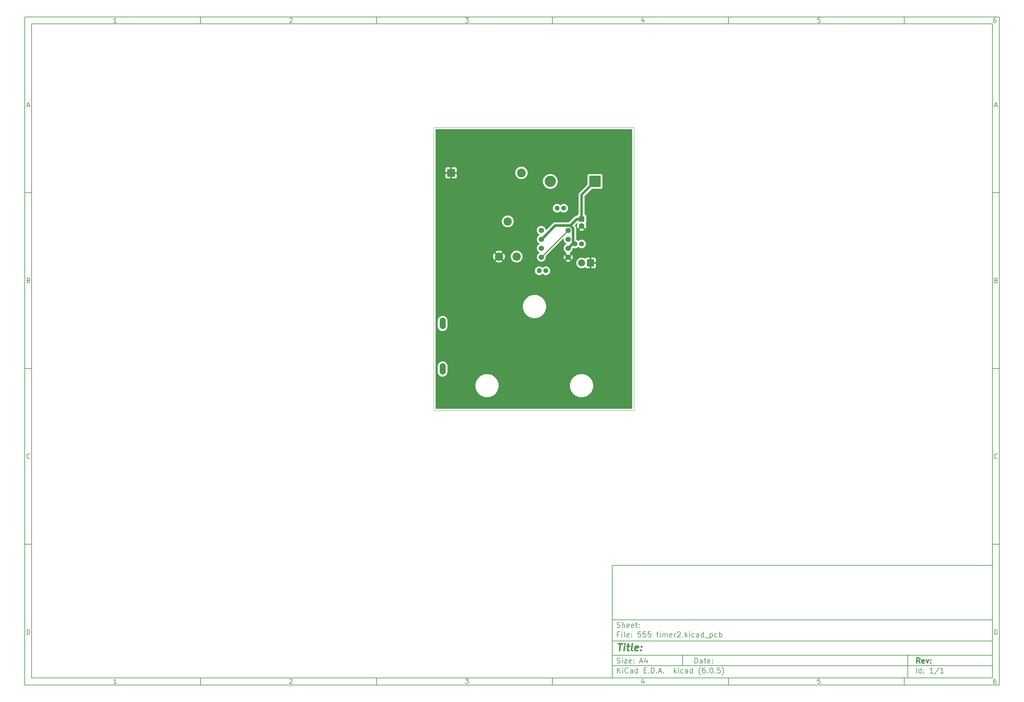
<source format=gbl>
%TF.GenerationSoftware,KiCad,Pcbnew,(6.0.5)*%
%TF.CreationDate,2022-07-10T15:06:13+05:30*%
%TF.ProjectId,555 timer2,35353520-7469-46d6-9572-322e6b696361,rev?*%
%TF.SameCoordinates,Original*%
%TF.FileFunction,Copper,L2,Bot*%
%TF.FilePolarity,Positive*%
%FSLAX46Y46*%
G04 Gerber Fmt 4.6, Leading zero omitted, Abs format (unit mm)*
G04 Created by KiCad (PCBNEW (6.0.5)) date 2022-07-10 15:06:13*
%MOMM*%
%LPD*%
G01*
G04 APERTURE LIST*
%ADD10C,0.100000*%
%ADD11C,0.150000*%
%ADD12C,0.300000*%
%ADD13C,0.400000*%
%TA.AperFunction,Profile*%
%ADD14C,0.100000*%
%TD*%
%TA.AperFunction,ComponentPad*%
%ADD15C,1.400000*%
%TD*%
%TA.AperFunction,ComponentPad*%
%ADD16O,1.400000X1.400000*%
%TD*%
%TA.AperFunction,ComponentPad*%
%ADD17C,2.340000*%
%TD*%
%TA.AperFunction,ComponentPad*%
%ADD18O,1.750000X3.300000*%
%TD*%
%TA.AperFunction,ComponentPad*%
%ADD19C,1.524000*%
%TD*%
%TA.AperFunction,ComponentPad*%
%ADD20R,1.600000X1.600000*%
%TD*%
%TA.AperFunction,ComponentPad*%
%ADD21C,1.600000*%
%TD*%
%TA.AperFunction,ComponentPad*%
%ADD22C,2.500000*%
%TD*%
%TA.AperFunction,ComponentPad*%
%ADD23R,2.170000X2.170000*%
%TD*%
%TA.AperFunction,ComponentPad*%
%ADD24R,3.200000X3.200000*%
%TD*%
%TA.AperFunction,ComponentPad*%
%ADD25O,3.200000X3.200000*%
%TD*%
%TA.AperFunction,ComponentPad*%
%ADD26R,2.000000X2.000000*%
%TD*%
%TA.AperFunction,ComponentPad*%
%ADD27C,2.000000*%
%TD*%
%TA.AperFunction,Conductor*%
%ADD28C,0.685800*%
%TD*%
%TA.AperFunction,Conductor*%
%ADD29C,0.762000*%
%TD*%
%TA.AperFunction,Conductor*%
%ADD30C,0.254000*%
%TD*%
G04 APERTURE END LIST*
D10*
D11*
X177002200Y-166007200D02*
X177002200Y-198007200D01*
X285002200Y-198007200D01*
X285002200Y-166007200D01*
X177002200Y-166007200D01*
D10*
D11*
X10000000Y-10000000D02*
X10000000Y-200007200D01*
X287002200Y-200007200D01*
X287002200Y-10000000D01*
X10000000Y-10000000D01*
D10*
D11*
X12000000Y-12000000D02*
X12000000Y-198007200D01*
X285002200Y-198007200D01*
X285002200Y-12000000D01*
X12000000Y-12000000D01*
D10*
D11*
X60000000Y-12000000D02*
X60000000Y-10000000D01*
D10*
D11*
X110000000Y-12000000D02*
X110000000Y-10000000D01*
D10*
D11*
X160000000Y-12000000D02*
X160000000Y-10000000D01*
D10*
D11*
X210000000Y-12000000D02*
X210000000Y-10000000D01*
D10*
D11*
X260000000Y-12000000D02*
X260000000Y-10000000D01*
D10*
D11*
X36065476Y-11588095D02*
X35322619Y-11588095D01*
X35694047Y-11588095D02*
X35694047Y-10288095D01*
X35570238Y-10473809D01*
X35446428Y-10597619D01*
X35322619Y-10659523D01*
D10*
D11*
X85322619Y-10411904D02*
X85384523Y-10350000D01*
X85508333Y-10288095D01*
X85817857Y-10288095D01*
X85941666Y-10350000D01*
X86003571Y-10411904D01*
X86065476Y-10535714D01*
X86065476Y-10659523D01*
X86003571Y-10845238D01*
X85260714Y-11588095D01*
X86065476Y-11588095D01*
D10*
D11*
X135260714Y-10288095D02*
X136065476Y-10288095D01*
X135632142Y-10783333D01*
X135817857Y-10783333D01*
X135941666Y-10845238D01*
X136003571Y-10907142D01*
X136065476Y-11030952D01*
X136065476Y-11340476D01*
X136003571Y-11464285D01*
X135941666Y-11526190D01*
X135817857Y-11588095D01*
X135446428Y-11588095D01*
X135322619Y-11526190D01*
X135260714Y-11464285D01*
D10*
D11*
X185941666Y-10721428D02*
X185941666Y-11588095D01*
X185632142Y-10226190D02*
X185322619Y-11154761D01*
X186127380Y-11154761D01*
D10*
D11*
X236003571Y-10288095D02*
X235384523Y-10288095D01*
X235322619Y-10907142D01*
X235384523Y-10845238D01*
X235508333Y-10783333D01*
X235817857Y-10783333D01*
X235941666Y-10845238D01*
X236003571Y-10907142D01*
X236065476Y-11030952D01*
X236065476Y-11340476D01*
X236003571Y-11464285D01*
X235941666Y-11526190D01*
X235817857Y-11588095D01*
X235508333Y-11588095D01*
X235384523Y-11526190D01*
X235322619Y-11464285D01*
D10*
D11*
X285941666Y-10288095D02*
X285694047Y-10288095D01*
X285570238Y-10350000D01*
X285508333Y-10411904D01*
X285384523Y-10597619D01*
X285322619Y-10845238D01*
X285322619Y-11340476D01*
X285384523Y-11464285D01*
X285446428Y-11526190D01*
X285570238Y-11588095D01*
X285817857Y-11588095D01*
X285941666Y-11526190D01*
X286003571Y-11464285D01*
X286065476Y-11340476D01*
X286065476Y-11030952D01*
X286003571Y-10907142D01*
X285941666Y-10845238D01*
X285817857Y-10783333D01*
X285570238Y-10783333D01*
X285446428Y-10845238D01*
X285384523Y-10907142D01*
X285322619Y-11030952D01*
D10*
D11*
X60000000Y-198007200D02*
X60000000Y-200007200D01*
D10*
D11*
X110000000Y-198007200D02*
X110000000Y-200007200D01*
D10*
D11*
X160000000Y-198007200D02*
X160000000Y-200007200D01*
D10*
D11*
X210000000Y-198007200D02*
X210000000Y-200007200D01*
D10*
D11*
X260000000Y-198007200D02*
X260000000Y-200007200D01*
D10*
D11*
X36065476Y-199595295D02*
X35322619Y-199595295D01*
X35694047Y-199595295D02*
X35694047Y-198295295D01*
X35570238Y-198481009D01*
X35446428Y-198604819D01*
X35322619Y-198666723D01*
D10*
D11*
X85322619Y-198419104D02*
X85384523Y-198357200D01*
X85508333Y-198295295D01*
X85817857Y-198295295D01*
X85941666Y-198357200D01*
X86003571Y-198419104D01*
X86065476Y-198542914D01*
X86065476Y-198666723D01*
X86003571Y-198852438D01*
X85260714Y-199595295D01*
X86065476Y-199595295D01*
D10*
D11*
X135260714Y-198295295D02*
X136065476Y-198295295D01*
X135632142Y-198790533D01*
X135817857Y-198790533D01*
X135941666Y-198852438D01*
X136003571Y-198914342D01*
X136065476Y-199038152D01*
X136065476Y-199347676D01*
X136003571Y-199471485D01*
X135941666Y-199533390D01*
X135817857Y-199595295D01*
X135446428Y-199595295D01*
X135322619Y-199533390D01*
X135260714Y-199471485D01*
D10*
D11*
X185941666Y-198728628D02*
X185941666Y-199595295D01*
X185632142Y-198233390D02*
X185322619Y-199161961D01*
X186127380Y-199161961D01*
D10*
D11*
X236003571Y-198295295D02*
X235384523Y-198295295D01*
X235322619Y-198914342D01*
X235384523Y-198852438D01*
X235508333Y-198790533D01*
X235817857Y-198790533D01*
X235941666Y-198852438D01*
X236003571Y-198914342D01*
X236065476Y-199038152D01*
X236065476Y-199347676D01*
X236003571Y-199471485D01*
X235941666Y-199533390D01*
X235817857Y-199595295D01*
X235508333Y-199595295D01*
X235384523Y-199533390D01*
X235322619Y-199471485D01*
D10*
D11*
X285941666Y-198295295D02*
X285694047Y-198295295D01*
X285570238Y-198357200D01*
X285508333Y-198419104D01*
X285384523Y-198604819D01*
X285322619Y-198852438D01*
X285322619Y-199347676D01*
X285384523Y-199471485D01*
X285446428Y-199533390D01*
X285570238Y-199595295D01*
X285817857Y-199595295D01*
X285941666Y-199533390D01*
X286003571Y-199471485D01*
X286065476Y-199347676D01*
X286065476Y-199038152D01*
X286003571Y-198914342D01*
X285941666Y-198852438D01*
X285817857Y-198790533D01*
X285570238Y-198790533D01*
X285446428Y-198852438D01*
X285384523Y-198914342D01*
X285322619Y-199038152D01*
D10*
D11*
X10000000Y-60000000D02*
X12000000Y-60000000D01*
D10*
D11*
X10000000Y-110000000D02*
X12000000Y-110000000D01*
D10*
D11*
X10000000Y-160000000D02*
X12000000Y-160000000D01*
D10*
D11*
X10690476Y-35216666D02*
X11309523Y-35216666D01*
X10566666Y-35588095D02*
X11000000Y-34288095D01*
X11433333Y-35588095D01*
D10*
D11*
X11092857Y-84907142D02*
X11278571Y-84969047D01*
X11340476Y-85030952D01*
X11402380Y-85154761D01*
X11402380Y-85340476D01*
X11340476Y-85464285D01*
X11278571Y-85526190D01*
X11154761Y-85588095D01*
X10659523Y-85588095D01*
X10659523Y-84288095D01*
X11092857Y-84288095D01*
X11216666Y-84350000D01*
X11278571Y-84411904D01*
X11340476Y-84535714D01*
X11340476Y-84659523D01*
X11278571Y-84783333D01*
X11216666Y-84845238D01*
X11092857Y-84907142D01*
X10659523Y-84907142D01*
D10*
D11*
X11402380Y-135464285D02*
X11340476Y-135526190D01*
X11154761Y-135588095D01*
X11030952Y-135588095D01*
X10845238Y-135526190D01*
X10721428Y-135402380D01*
X10659523Y-135278571D01*
X10597619Y-135030952D01*
X10597619Y-134845238D01*
X10659523Y-134597619D01*
X10721428Y-134473809D01*
X10845238Y-134350000D01*
X11030952Y-134288095D01*
X11154761Y-134288095D01*
X11340476Y-134350000D01*
X11402380Y-134411904D01*
D10*
D11*
X10659523Y-185588095D02*
X10659523Y-184288095D01*
X10969047Y-184288095D01*
X11154761Y-184350000D01*
X11278571Y-184473809D01*
X11340476Y-184597619D01*
X11402380Y-184845238D01*
X11402380Y-185030952D01*
X11340476Y-185278571D01*
X11278571Y-185402380D01*
X11154761Y-185526190D01*
X10969047Y-185588095D01*
X10659523Y-185588095D01*
D10*
D11*
X287002200Y-60000000D02*
X285002200Y-60000000D01*
D10*
D11*
X287002200Y-110000000D02*
X285002200Y-110000000D01*
D10*
D11*
X287002200Y-160000000D02*
X285002200Y-160000000D01*
D10*
D11*
X285692676Y-35216666D02*
X286311723Y-35216666D01*
X285568866Y-35588095D02*
X286002200Y-34288095D01*
X286435533Y-35588095D01*
D10*
D11*
X286095057Y-84907142D02*
X286280771Y-84969047D01*
X286342676Y-85030952D01*
X286404580Y-85154761D01*
X286404580Y-85340476D01*
X286342676Y-85464285D01*
X286280771Y-85526190D01*
X286156961Y-85588095D01*
X285661723Y-85588095D01*
X285661723Y-84288095D01*
X286095057Y-84288095D01*
X286218866Y-84350000D01*
X286280771Y-84411904D01*
X286342676Y-84535714D01*
X286342676Y-84659523D01*
X286280771Y-84783333D01*
X286218866Y-84845238D01*
X286095057Y-84907142D01*
X285661723Y-84907142D01*
D10*
D11*
X286404580Y-135464285D02*
X286342676Y-135526190D01*
X286156961Y-135588095D01*
X286033152Y-135588095D01*
X285847438Y-135526190D01*
X285723628Y-135402380D01*
X285661723Y-135278571D01*
X285599819Y-135030952D01*
X285599819Y-134845238D01*
X285661723Y-134597619D01*
X285723628Y-134473809D01*
X285847438Y-134350000D01*
X286033152Y-134288095D01*
X286156961Y-134288095D01*
X286342676Y-134350000D01*
X286404580Y-134411904D01*
D10*
D11*
X285661723Y-185588095D02*
X285661723Y-184288095D01*
X285971247Y-184288095D01*
X286156961Y-184350000D01*
X286280771Y-184473809D01*
X286342676Y-184597619D01*
X286404580Y-184845238D01*
X286404580Y-185030952D01*
X286342676Y-185278571D01*
X286280771Y-185402380D01*
X286156961Y-185526190D01*
X285971247Y-185588095D01*
X285661723Y-185588095D01*
D10*
D11*
X200434342Y-193785771D02*
X200434342Y-192285771D01*
X200791485Y-192285771D01*
X201005771Y-192357200D01*
X201148628Y-192500057D01*
X201220057Y-192642914D01*
X201291485Y-192928628D01*
X201291485Y-193142914D01*
X201220057Y-193428628D01*
X201148628Y-193571485D01*
X201005771Y-193714342D01*
X200791485Y-193785771D01*
X200434342Y-193785771D01*
X202577200Y-193785771D02*
X202577200Y-193000057D01*
X202505771Y-192857200D01*
X202362914Y-192785771D01*
X202077200Y-192785771D01*
X201934342Y-192857200D01*
X202577200Y-193714342D02*
X202434342Y-193785771D01*
X202077200Y-193785771D01*
X201934342Y-193714342D01*
X201862914Y-193571485D01*
X201862914Y-193428628D01*
X201934342Y-193285771D01*
X202077200Y-193214342D01*
X202434342Y-193214342D01*
X202577200Y-193142914D01*
X203077200Y-192785771D02*
X203648628Y-192785771D01*
X203291485Y-192285771D02*
X203291485Y-193571485D01*
X203362914Y-193714342D01*
X203505771Y-193785771D01*
X203648628Y-193785771D01*
X204720057Y-193714342D02*
X204577200Y-193785771D01*
X204291485Y-193785771D01*
X204148628Y-193714342D01*
X204077200Y-193571485D01*
X204077200Y-193000057D01*
X204148628Y-192857200D01*
X204291485Y-192785771D01*
X204577200Y-192785771D01*
X204720057Y-192857200D01*
X204791485Y-193000057D01*
X204791485Y-193142914D01*
X204077200Y-193285771D01*
X205434342Y-193642914D02*
X205505771Y-193714342D01*
X205434342Y-193785771D01*
X205362914Y-193714342D01*
X205434342Y-193642914D01*
X205434342Y-193785771D01*
X205434342Y-192857200D02*
X205505771Y-192928628D01*
X205434342Y-193000057D01*
X205362914Y-192928628D01*
X205434342Y-192857200D01*
X205434342Y-193000057D01*
D10*
D11*
X177002200Y-194507200D02*
X285002200Y-194507200D01*
D10*
D11*
X178434342Y-196585771D02*
X178434342Y-195085771D01*
X179291485Y-196585771D02*
X178648628Y-195728628D01*
X179291485Y-195085771D02*
X178434342Y-195942914D01*
X179934342Y-196585771D02*
X179934342Y-195585771D01*
X179934342Y-195085771D02*
X179862914Y-195157200D01*
X179934342Y-195228628D01*
X180005771Y-195157200D01*
X179934342Y-195085771D01*
X179934342Y-195228628D01*
X181505771Y-196442914D02*
X181434342Y-196514342D01*
X181220057Y-196585771D01*
X181077200Y-196585771D01*
X180862914Y-196514342D01*
X180720057Y-196371485D01*
X180648628Y-196228628D01*
X180577200Y-195942914D01*
X180577200Y-195728628D01*
X180648628Y-195442914D01*
X180720057Y-195300057D01*
X180862914Y-195157200D01*
X181077200Y-195085771D01*
X181220057Y-195085771D01*
X181434342Y-195157200D01*
X181505771Y-195228628D01*
X182791485Y-196585771D02*
X182791485Y-195800057D01*
X182720057Y-195657200D01*
X182577200Y-195585771D01*
X182291485Y-195585771D01*
X182148628Y-195657200D01*
X182791485Y-196514342D02*
X182648628Y-196585771D01*
X182291485Y-196585771D01*
X182148628Y-196514342D01*
X182077200Y-196371485D01*
X182077200Y-196228628D01*
X182148628Y-196085771D01*
X182291485Y-196014342D01*
X182648628Y-196014342D01*
X182791485Y-195942914D01*
X184148628Y-196585771D02*
X184148628Y-195085771D01*
X184148628Y-196514342D02*
X184005771Y-196585771D01*
X183720057Y-196585771D01*
X183577200Y-196514342D01*
X183505771Y-196442914D01*
X183434342Y-196300057D01*
X183434342Y-195871485D01*
X183505771Y-195728628D01*
X183577200Y-195657200D01*
X183720057Y-195585771D01*
X184005771Y-195585771D01*
X184148628Y-195657200D01*
X186005771Y-195800057D02*
X186505771Y-195800057D01*
X186720057Y-196585771D02*
X186005771Y-196585771D01*
X186005771Y-195085771D01*
X186720057Y-195085771D01*
X187362914Y-196442914D02*
X187434342Y-196514342D01*
X187362914Y-196585771D01*
X187291485Y-196514342D01*
X187362914Y-196442914D01*
X187362914Y-196585771D01*
X188077200Y-196585771D02*
X188077200Y-195085771D01*
X188434342Y-195085771D01*
X188648628Y-195157200D01*
X188791485Y-195300057D01*
X188862914Y-195442914D01*
X188934342Y-195728628D01*
X188934342Y-195942914D01*
X188862914Y-196228628D01*
X188791485Y-196371485D01*
X188648628Y-196514342D01*
X188434342Y-196585771D01*
X188077200Y-196585771D01*
X189577200Y-196442914D02*
X189648628Y-196514342D01*
X189577200Y-196585771D01*
X189505771Y-196514342D01*
X189577200Y-196442914D01*
X189577200Y-196585771D01*
X190220057Y-196157200D02*
X190934342Y-196157200D01*
X190077200Y-196585771D02*
X190577200Y-195085771D01*
X191077200Y-196585771D01*
X191577200Y-196442914D02*
X191648628Y-196514342D01*
X191577200Y-196585771D01*
X191505771Y-196514342D01*
X191577200Y-196442914D01*
X191577200Y-196585771D01*
X194577200Y-196585771D02*
X194577200Y-195085771D01*
X194720057Y-196014342D02*
X195148628Y-196585771D01*
X195148628Y-195585771D02*
X194577200Y-196157200D01*
X195791485Y-196585771D02*
X195791485Y-195585771D01*
X195791485Y-195085771D02*
X195720057Y-195157200D01*
X195791485Y-195228628D01*
X195862914Y-195157200D01*
X195791485Y-195085771D01*
X195791485Y-195228628D01*
X197148628Y-196514342D02*
X197005771Y-196585771D01*
X196720057Y-196585771D01*
X196577200Y-196514342D01*
X196505771Y-196442914D01*
X196434342Y-196300057D01*
X196434342Y-195871485D01*
X196505771Y-195728628D01*
X196577200Y-195657200D01*
X196720057Y-195585771D01*
X197005771Y-195585771D01*
X197148628Y-195657200D01*
X198434342Y-196585771D02*
X198434342Y-195800057D01*
X198362914Y-195657200D01*
X198220057Y-195585771D01*
X197934342Y-195585771D01*
X197791485Y-195657200D01*
X198434342Y-196514342D02*
X198291485Y-196585771D01*
X197934342Y-196585771D01*
X197791485Y-196514342D01*
X197720057Y-196371485D01*
X197720057Y-196228628D01*
X197791485Y-196085771D01*
X197934342Y-196014342D01*
X198291485Y-196014342D01*
X198434342Y-195942914D01*
X199791485Y-196585771D02*
X199791485Y-195085771D01*
X199791485Y-196514342D02*
X199648628Y-196585771D01*
X199362914Y-196585771D01*
X199220057Y-196514342D01*
X199148628Y-196442914D01*
X199077200Y-196300057D01*
X199077200Y-195871485D01*
X199148628Y-195728628D01*
X199220057Y-195657200D01*
X199362914Y-195585771D01*
X199648628Y-195585771D01*
X199791485Y-195657200D01*
X202077200Y-197157200D02*
X202005771Y-197085771D01*
X201862914Y-196871485D01*
X201791485Y-196728628D01*
X201720057Y-196514342D01*
X201648628Y-196157200D01*
X201648628Y-195871485D01*
X201720057Y-195514342D01*
X201791485Y-195300057D01*
X201862914Y-195157200D01*
X202005771Y-194942914D01*
X202077200Y-194871485D01*
X203291485Y-195085771D02*
X203005771Y-195085771D01*
X202862914Y-195157200D01*
X202791485Y-195228628D01*
X202648628Y-195442914D01*
X202577200Y-195728628D01*
X202577200Y-196300057D01*
X202648628Y-196442914D01*
X202720057Y-196514342D01*
X202862914Y-196585771D01*
X203148628Y-196585771D01*
X203291485Y-196514342D01*
X203362914Y-196442914D01*
X203434342Y-196300057D01*
X203434342Y-195942914D01*
X203362914Y-195800057D01*
X203291485Y-195728628D01*
X203148628Y-195657200D01*
X202862914Y-195657200D01*
X202720057Y-195728628D01*
X202648628Y-195800057D01*
X202577200Y-195942914D01*
X204077200Y-196442914D02*
X204148628Y-196514342D01*
X204077200Y-196585771D01*
X204005771Y-196514342D01*
X204077200Y-196442914D01*
X204077200Y-196585771D01*
X205077200Y-195085771D02*
X205220057Y-195085771D01*
X205362914Y-195157200D01*
X205434342Y-195228628D01*
X205505771Y-195371485D01*
X205577200Y-195657200D01*
X205577200Y-196014342D01*
X205505771Y-196300057D01*
X205434342Y-196442914D01*
X205362914Y-196514342D01*
X205220057Y-196585771D01*
X205077200Y-196585771D01*
X204934342Y-196514342D01*
X204862914Y-196442914D01*
X204791485Y-196300057D01*
X204720057Y-196014342D01*
X204720057Y-195657200D01*
X204791485Y-195371485D01*
X204862914Y-195228628D01*
X204934342Y-195157200D01*
X205077200Y-195085771D01*
X206220057Y-196442914D02*
X206291485Y-196514342D01*
X206220057Y-196585771D01*
X206148628Y-196514342D01*
X206220057Y-196442914D01*
X206220057Y-196585771D01*
X207648628Y-195085771D02*
X206934342Y-195085771D01*
X206862914Y-195800057D01*
X206934342Y-195728628D01*
X207077200Y-195657200D01*
X207434342Y-195657200D01*
X207577200Y-195728628D01*
X207648628Y-195800057D01*
X207720057Y-195942914D01*
X207720057Y-196300057D01*
X207648628Y-196442914D01*
X207577200Y-196514342D01*
X207434342Y-196585771D01*
X207077200Y-196585771D01*
X206934342Y-196514342D01*
X206862914Y-196442914D01*
X208220057Y-197157200D02*
X208291485Y-197085771D01*
X208434342Y-196871485D01*
X208505771Y-196728628D01*
X208577200Y-196514342D01*
X208648628Y-196157200D01*
X208648628Y-195871485D01*
X208577200Y-195514342D01*
X208505771Y-195300057D01*
X208434342Y-195157200D01*
X208291485Y-194942914D01*
X208220057Y-194871485D01*
D10*
D11*
X177002200Y-191507200D02*
X285002200Y-191507200D01*
D10*
D12*
X264411485Y-193785771D02*
X263911485Y-193071485D01*
X263554342Y-193785771D02*
X263554342Y-192285771D01*
X264125771Y-192285771D01*
X264268628Y-192357200D01*
X264340057Y-192428628D01*
X264411485Y-192571485D01*
X264411485Y-192785771D01*
X264340057Y-192928628D01*
X264268628Y-193000057D01*
X264125771Y-193071485D01*
X263554342Y-193071485D01*
X265625771Y-193714342D02*
X265482914Y-193785771D01*
X265197200Y-193785771D01*
X265054342Y-193714342D01*
X264982914Y-193571485D01*
X264982914Y-193000057D01*
X265054342Y-192857200D01*
X265197200Y-192785771D01*
X265482914Y-192785771D01*
X265625771Y-192857200D01*
X265697200Y-193000057D01*
X265697200Y-193142914D01*
X264982914Y-193285771D01*
X266197200Y-192785771D02*
X266554342Y-193785771D01*
X266911485Y-192785771D01*
X267482914Y-193642914D02*
X267554342Y-193714342D01*
X267482914Y-193785771D01*
X267411485Y-193714342D01*
X267482914Y-193642914D01*
X267482914Y-193785771D01*
X267482914Y-192857200D02*
X267554342Y-192928628D01*
X267482914Y-193000057D01*
X267411485Y-192928628D01*
X267482914Y-192857200D01*
X267482914Y-193000057D01*
D10*
D11*
X178362914Y-193714342D02*
X178577200Y-193785771D01*
X178934342Y-193785771D01*
X179077200Y-193714342D01*
X179148628Y-193642914D01*
X179220057Y-193500057D01*
X179220057Y-193357200D01*
X179148628Y-193214342D01*
X179077200Y-193142914D01*
X178934342Y-193071485D01*
X178648628Y-193000057D01*
X178505771Y-192928628D01*
X178434342Y-192857200D01*
X178362914Y-192714342D01*
X178362914Y-192571485D01*
X178434342Y-192428628D01*
X178505771Y-192357200D01*
X178648628Y-192285771D01*
X179005771Y-192285771D01*
X179220057Y-192357200D01*
X179862914Y-193785771D02*
X179862914Y-192785771D01*
X179862914Y-192285771D02*
X179791485Y-192357200D01*
X179862914Y-192428628D01*
X179934342Y-192357200D01*
X179862914Y-192285771D01*
X179862914Y-192428628D01*
X180434342Y-192785771D02*
X181220057Y-192785771D01*
X180434342Y-193785771D01*
X181220057Y-193785771D01*
X182362914Y-193714342D02*
X182220057Y-193785771D01*
X181934342Y-193785771D01*
X181791485Y-193714342D01*
X181720057Y-193571485D01*
X181720057Y-193000057D01*
X181791485Y-192857200D01*
X181934342Y-192785771D01*
X182220057Y-192785771D01*
X182362914Y-192857200D01*
X182434342Y-193000057D01*
X182434342Y-193142914D01*
X181720057Y-193285771D01*
X183077200Y-193642914D02*
X183148628Y-193714342D01*
X183077200Y-193785771D01*
X183005771Y-193714342D01*
X183077200Y-193642914D01*
X183077200Y-193785771D01*
X183077200Y-192857200D02*
X183148628Y-192928628D01*
X183077200Y-193000057D01*
X183005771Y-192928628D01*
X183077200Y-192857200D01*
X183077200Y-193000057D01*
X184862914Y-193357200D02*
X185577200Y-193357200D01*
X184720057Y-193785771D02*
X185220057Y-192285771D01*
X185720057Y-193785771D01*
X186862914Y-192785771D02*
X186862914Y-193785771D01*
X186505771Y-192214342D02*
X186148628Y-193285771D01*
X187077200Y-193285771D01*
D10*
D11*
X263434342Y-196585771D02*
X263434342Y-195085771D01*
X264791485Y-196585771D02*
X264791485Y-195085771D01*
X264791485Y-196514342D02*
X264648628Y-196585771D01*
X264362914Y-196585771D01*
X264220057Y-196514342D01*
X264148628Y-196442914D01*
X264077200Y-196300057D01*
X264077200Y-195871485D01*
X264148628Y-195728628D01*
X264220057Y-195657200D01*
X264362914Y-195585771D01*
X264648628Y-195585771D01*
X264791485Y-195657200D01*
X265505771Y-196442914D02*
X265577200Y-196514342D01*
X265505771Y-196585771D01*
X265434342Y-196514342D01*
X265505771Y-196442914D01*
X265505771Y-196585771D01*
X265505771Y-195657200D02*
X265577200Y-195728628D01*
X265505771Y-195800057D01*
X265434342Y-195728628D01*
X265505771Y-195657200D01*
X265505771Y-195800057D01*
X268148628Y-196585771D02*
X267291485Y-196585771D01*
X267720057Y-196585771D02*
X267720057Y-195085771D01*
X267577200Y-195300057D01*
X267434342Y-195442914D01*
X267291485Y-195514342D01*
X269862914Y-195014342D02*
X268577200Y-196942914D01*
X271148628Y-196585771D02*
X270291485Y-196585771D01*
X270720057Y-196585771D02*
X270720057Y-195085771D01*
X270577200Y-195300057D01*
X270434342Y-195442914D01*
X270291485Y-195514342D01*
D10*
D11*
X177002200Y-187507200D02*
X285002200Y-187507200D01*
D10*
D13*
X178714580Y-188211961D02*
X179857438Y-188211961D01*
X179036009Y-190211961D02*
X179286009Y-188211961D01*
X180274104Y-190211961D02*
X180440771Y-188878628D01*
X180524104Y-188211961D02*
X180416961Y-188307200D01*
X180500295Y-188402438D01*
X180607438Y-188307200D01*
X180524104Y-188211961D01*
X180500295Y-188402438D01*
X181107438Y-188878628D02*
X181869342Y-188878628D01*
X181476485Y-188211961D02*
X181262200Y-189926247D01*
X181333628Y-190116723D01*
X181512200Y-190211961D01*
X181702676Y-190211961D01*
X182655057Y-190211961D02*
X182476485Y-190116723D01*
X182405057Y-189926247D01*
X182619342Y-188211961D01*
X184190771Y-190116723D02*
X183988390Y-190211961D01*
X183607438Y-190211961D01*
X183428866Y-190116723D01*
X183357438Y-189926247D01*
X183452676Y-189164342D01*
X183571723Y-188973866D01*
X183774104Y-188878628D01*
X184155057Y-188878628D01*
X184333628Y-188973866D01*
X184405057Y-189164342D01*
X184381247Y-189354819D01*
X183405057Y-189545295D01*
X185155057Y-190021485D02*
X185238390Y-190116723D01*
X185131247Y-190211961D01*
X185047914Y-190116723D01*
X185155057Y-190021485D01*
X185131247Y-190211961D01*
X185286009Y-188973866D02*
X185369342Y-189069104D01*
X185262200Y-189164342D01*
X185178866Y-189069104D01*
X185286009Y-188973866D01*
X185262200Y-189164342D01*
D10*
D11*
X178934342Y-185600057D02*
X178434342Y-185600057D01*
X178434342Y-186385771D02*
X178434342Y-184885771D01*
X179148628Y-184885771D01*
X179720057Y-186385771D02*
X179720057Y-185385771D01*
X179720057Y-184885771D02*
X179648628Y-184957200D01*
X179720057Y-185028628D01*
X179791485Y-184957200D01*
X179720057Y-184885771D01*
X179720057Y-185028628D01*
X180648628Y-186385771D02*
X180505771Y-186314342D01*
X180434342Y-186171485D01*
X180434342Y-184885771D01*
X181791485Y-186314342D02*
X181648628Y-186385771D01*
X181362914Y-186385771D01*
X181220057Y-186314342D01*
X181148628Y-186171485D01*
X181148628Y-185600057D01*
X181220057Y-185457200D01*
X181362914Y-185385771D01*
X181648628Y-185385771D01*
X181791485Y-185457200D01*
X181862914Y-185600057D01*
X181862914Y-185742914D01*
X181148628Y-185885771D01*
X182505771Y-186242914D02*
X182577200Y-186314342D01*
X182505771Y-186385771D01*
X182434342Y-186314342D01*
X182505771Y-186242914D01*
X182505771Y-186385771D01*
X182505771Y-185457200D02*
X182577200Y-185528628D01*
X182505771Y-185600057D01*
X182434342Y-185528628D01*
X182505771Y-185457200D01*
X182505771Y-185600057D01*
X185077200Y-184885771D02*
X184362914Y-184885771D01*
X184291485Y-185600057D01*
X184362914Y-185528628D01*
X184505771Y-185457200D01*
X184862914Y-185457200D01*
X185005771Y-185528628D01*
X185077200Y-185600057D01*
X185148628Y-185742914D01*
X185148628Y-186100057D01*
X185077200Y-186242914D01*
X185005771Y-186314342D01*
X184862914Y-186385771D01*
X184505771Y-186385771D01*
X184362914Y-186314342D01*
X184291485Y-186242914D01*
X186505771Y-184885771D02*
X185791485Y-184885771D01*
X185720057Y-185600057D01*
X185791485Y-185528628D01*
X185934342Y-185457200D01*
X186291485Y-185457200D01*
X186434342Y-185528628D01*
X186505771Y-185600057D01*
X186577200Y-185742914D01*
X186577200Y-186100057D01*
X186505771Y-186242914D01*
X186434342Y-186314342D01*
X186291485Y-186385771D01*
X185934342Y-186385771D01*
X185791485Y-186314342D01*
X185720057Y-186242914D01*
X187934342Y-184885771D02*
X187220057Y-184885771D01*
X187148628Y-185600057D01*
X187220057Y-185528628D01*
X187362914Y-185457200D01*
X187720057Y-185457200D01*
X187862914Y-185528628D01*
X187934342Y-185600057D01*
X188005771Y-185742914D01*
X188005771Y-186100057D01*
X187934342Y-186242914D01*
X187862914Y-186314342D01*
X187720057Y-186385771D01*
X187362914Y-186385771D01*
X187220057Y-186314342D01*
X187148628Y-186242914D01*
X189577200Y-185385771D02*
X190148628Y-185385771D01*
X189791485Y-184885771D02*
X189791485Y-186171485D01*
X189862914Y-186314342D01*
X190005771Y-186385771D01*
X190148628Y-186385771D01*
X190648628Y-186385771D02*
X190648628Y-185385771D01*
X190648628Y-184885771D02*
X190577200Y-184957200D01*
X190648628Y-185028628D01*
X190720057Y-184957200D01*
X190648628Y-184885771D01*
X190648628Y-185028628D01*
X191362914Y-186385771D02*
X191362914Y-185385771D01*
X191362914Y-185528628D02*
X191434342Y-185457200D01*
X191577200Y-185385771D01*
X191791485Y-185385771D01*
X191934342Y-185457200D01*
X192005771Y-185600057D01*
X192005771Y-186385771D01*
X192005771Y-185600057D02*
X192077200Y-185457200D01*
X192220057Y-185385771D01*
X192434342Y-185385771D01*
X192577200Y-185457200D01*
X192648628Y-185600057D01*
X192648628Y-186385771D01*
X193934342Y-186314342D02*
X193791485Y-186385771D01*
X193505771Y-186385771D01*
X193362914Y-186314342D01*
X193291485Y-186171485D01*
X193291485Y-185600057D01*
X193362914Y-185457200D01*
X193505771Y-185385771D01*
X193791485Y-185385771D01*
X193934342Y-185457200D01*
X194005771Y-185600057D01*
X194005771Y-185742914D01*
X193291485Y-185885771D01*
X194648628Y-186385771D02*
X194648628Y-185385771D01*
X194648628Y-185671485D02*
X194720057Y-185528628D01*
X194791485Y-185457200D01*
X194934342Y-185385771D01*
X195077200Y-185385771D01*
X195505771Y-185028628D02*
X195577200Y-184957200D01*
X195720057Y-184885771D01*
X196077200Y-184885771D01*
X196220057Y-184957200D01*
X196291485Y-185028628D01*
X196362914Y-185171485D01*
X196362914Y-185314342D01*
X196291485Y-185528628D01*
X195434342Y-186385771D01*
X196362914Y-186385771D01*
X197005771Y-186242914D02*
X197077200Y-186314342D01*
X197005771Y-186385771D01*
X196934342Y-186314342D01*
X197005771Y-186242914D01*
X197005771Y-186385771D01*
X197720057Y-186385771D02*
X197720057Y-184885771D01*
X197862914Y-185814342D02*
X198291485Y-186385771D01*
X198291485Y-185385771D02*
X197720057Y-185957200D01*
X198934342Y-186385771D02*
X198934342Y-185385771D01*
X198934342Y-184885771D02*
X198862914Y-184957200D01*
X198934342Y-185028628D01*
X199005771Y-184957200D01*
X198934342Y-184885771D01*
X198934342Y-185028628D01*
X200291485Y-186314342D02*
X200148628Y-186385771D01*
X199862914Y-186385771D01*
X199720057Y-186314342D01*
X199648628Y-186242914D01*
X199577200Y-186100057D01*
X199577200Y-185671485D01*
X199648628Y-185528628D01*
X199720057Y-185457200D01*
X199862914Y-185385771D01*
X200148628Y-185385771D01*
X200291485Y-185457200D01*
X201577200Y-186385771D02*
X201577200Y-185600057D01*
X201505771Y-185457200D01*
X201362914Y-185385771D01*
X201077200Y-185385771D01*
X200934342Y-185457200D01*
X201577200Y-186314342D02*
X201434342Y-186385771D01*
X201077200Y-186385771D01*
X200934342Y-186314342D01*
X200862914Y-186171485D01*
X200862914Y-186028628D01*
X200934342Y-185885771D01*
X201077200Y-185814342D01*
X201434342Y-185814342D01*
X201577200Y-185742914D01*
X202934342Y-186385771D02*
X202934342Y-184885771D01*
X202934342Y-186314342D02*
X202791485Y-186385771D01*
X202505771Y-186385771D01*
X202362914Y-186314342D01*
X202291485Y-186242914D01*
X202220057Y-186100057D01*
X202220057Y-185671485D01*
X202291485Y-185528628D01*
X202362914Y-185457200D01*
X202505771Y-185385771D01*
X202791485Y-185385771D01*
X202934342Y-185457200D01*
X203291485Y-186528628D02*
X204434342Y-186528628D01*
X204791485Y-185385771D02*
X204791485Y-186885771D01*
X204791485Y-185457200D02*
X204934342Y-185385771D01*
X205220057Y-185385771D01*
X205362914Y-185457200D01*
X205434342Y-185528628D01*
X205505771Y-185671485D01*
X205505771Y-186100057D01*
X205434342Y-186242914D01*
X205362914Y-186314342D01*
X205220057Y-186385771D01*
X204934342Y-186385771D01*
X204791485Y-186314342D01*
X206791485Y-186314342D02*
X206648628Y-186385771D01*
X206362914Y-186385771D01*
X206220057Y-186314342D01*
X206148628Y-186242914D01*
X206077200Y-186100057D01*
X206077200Y-185671485D01*
X206148628Y-185528628D01*
X206220057Y-185457200D01*
X206362914Y-185385771D01*
X206648628Y-185385771D01*
X206791485Y-185457200D01*
X207434342Y-186385771D02*
X207434342Y-184885771D01*
X207434342Y-185457200D02*
X207577200Y-185385771D01*
X207862914Y-185385771D01*
X208005771Y-185457200D01*
X208077200Y-185528628D01*
X208148628Y-185671485D01*
X208148628Y-186100057D01*
X208077200Y-186242914D01*
X208005771Y-186314342D01*
X207862914Y-186385771D01*
X207577200Y-186385771D01*
X207434342Y-186314342D01*
D10*
D11*
X177002200Y-181507200D02*
X285002200Y-181507200D01*
D10*
D11*
X178362914Y-183614342D02*
X178577200Y-183685771D01*
X178934342Y-183685771D01*
X179077200Y-183614342D01*
X179148628Y-183542914D01*
X179220057Y-183400057D01*
X179220057Y-183257200D01*
X179148628Y-183114342D01*
X179077200Y-183042914D01*
X178934342Y-182971485D01*
X178648628Y-182900057D01*
X178505771Y-182828628D01*
X178434342Y-182757200D01*
X178362914Y-182614342D01*
X178362914Y-182471485D01*
X178434342Y-182328628D01*
X178505771Y-182257200D01*
X178648628Y-182185771D01*
X179005771Y-182185771D01*
X179220057Y-182257200D01*
X179862914Y-183685771D02*
X179862914Y-182185771D01*
X180505771Y-183685771D02*
X180505771Y-182900057D01*
X180434342Y-182757200D01*
X180291485Y-182685771D01*
X180077200Y-182685771D01*
X179934342Y-182757200D01*
X179862914Y-182828628D01*
X181791485Y-183614342D02*
X181648628Y-183685771D01*
X181362914Y-183685771D01*
X181220057Y-183614342D01*
X181148628Y-183471485D01*
X181148628Y-182900057D01*
X181220057Y-182757200D01*
X181362914Y-182685771D01*
X181648628Y-182685771D01*
X181791485Y-182757200D01*
X181862914Y-182900057D01*
X181862914Y-183042914D01*
X181148628Y-183185771D01*
X183077200Y-183614342D02*
X182934342Y-183685771D01*
X182648628Y-183685771D01*
X182505771Y-183614342D01*
X182434342Y-183471485D01*
X182434342Y-182900057D01*
X182505771Y-182757200D01*
X182648628Y-182685771D01*
X182934342Y-182685771D01*
X183077200Y-182757200D01*
X183148628Y-182900057D01*
X183148628Y-183042914D01*
X182434342Y-183185771D01*
X183577200Y-182685771D02*
X184148628Y-182685771D01*
X183791485Y-182185771D02*
X183791485Y-183471485D01*
X183862914Y-183614342D01*
X184005771Y-183685771D01*
X184148628Y-183685771D01*
X184648628Y-183542914D02*
X184720057Y-183614342D01*
X184648628Y-183685771D01*
X184577200Y-183614342D01*
X184648628Y-183542914D01*
X184648628Y-183685771D01*
X184648628Y-182757200D02*
X184720057Y-182828628D01*
X184648628Y-182900057D01*
X184577200Y-182828628D01*
X184648628Y-182757200D01*
X184648628Y-182900057D01*
D10*
D12*
D10*
D11*
D10*
D11*
D10*
D11*
D10*
D11*
D10*
D11*
X197002200Y-191507200D02*
X197002200Y-194507200D01*
D10*
D11*
X261002200Y-191507200D02*
X261002200Y-198007200D01*
D14*
X126238000Y-41402000D02*
X183134000Y-41402000D01*
X126238000Y-121920000D02*
X126238000Y-41402000D01*
X183134000Y-121920000D02*
X126238000Y-121920000D01*
X183134000Y-41402000D02*
X183134000Y-121920000D01*
D15*
%TO.P,R2,1*%
%TO.N,Net-(C1-Pad1)*%
X163200000Y-64415000D03*
D16*
%TO.P,R2,2*%
%TO.N,Net-(D3-Pad2)*%
X161300000Y-64415000D03*
%TD*%
D15*
%TO.P,R1,1*%
%TO.N,Net-(D3-Pad2)*%
X158120000Y-82195000D03*
D16*
%TO.P,R1,2*%
%TO.N,Net-(R1-Pad2)*%
X156220000Y-82195000D03*
%TD*%
D17*
%TO.P,RV1,1,1*%
%TO.N,Net-(R1-Pad2)*%
X149795000Y-78152000D03*
%TO.P,RV1,2,2*%
%TO.N,Net-(RV1-Pad2)*%
X147295000Y-68152000D03*
%TO.P,RV1,3,3*%
%TO.N,Net-(C1-Pad2)*%
X144795000Y-78152000D03*
%TD*%
D15*
%TO.P,R3,1*%
%TO.N,Net-(R3-Pad1)*%
X168280000Y-74575000D03*
D16*
%TO.P,R3,2*%
%TO.N,Net-(C1-Pad1)*%
X166380000Y-74575000D03*
%TD*%
D18*
%TO.P,BAT2,POS*%
%TO.N,Net-(R1-Pad2)*%
X128776000Y-110132000D03*
%TO.P,BAT2,NEG*%
%TO.N,Net-(BAT1-PadPOS)*%
X128776000Y-97182000D03*
%TD*%
D19*
%TO.P,U1,1,GND*%
%TO.N,Net-(C1-Pad2)*%
X164439600Y-78333600D03*
%TO.P,U1,2,~TRIG*%
%TO.N,Net-(C1-Pad1)*%
X164439600Y-75793600D03*
%TO.P,U1,3,OUT*%
%TO.N,Net-(R3-Pad1)*%
X164439600Y-73253600D03*
%TO.P,U1,4,~RST*%
%TO.N,Net-(R1-Pad2)*%
X164439600Y-70713600D03*
%TO.P,U1,5,CV*%
%TO.N,Net-(RV1-Pad2)*%
X156819600Y-70713600D03*
%TO.P,U1,6,THRESH*%
%TO.N,Net-(C1-Pad1)*%
X156819600Y-73253600D03*
%TO.P,U1,7,DIS*%
%TO.N,Net-(D3-Pad2)*%
X156819600Y-75793600D03*
%TO.P,U1,8,VDD*%
%TO.N,Net-(R1-Pad2)*%
X156819600Y-78333600D03*
%TD*%
D20*
%TO.P,C1,1*%
%TO.N,Net-(C1-Pad1)*%
X168280000Y-67495000D03*
D21*
%TO.P,C1,2*%
%TO.N,Net-(C1-Pad2)*%
X168280000Y-69495000D03*
%TD*%
D22*
%TO.P,BAT1,Pos*%
%TO.N,N/C*%
X151178300Y-54356000D03*
D23*
%TO.P,BAT1,Neg*%
%TO.N,Net-(C1-Pad2)*%
X131178300Y-54356000D03*
%TD*%
D24*
%TO.P,D3,1,K*%
%TO.N,Net-(C1-Pad1)*%
X172090000Y-56795000D03*
D25*
%TO.P,D3,2,A*%
%TO.N,Net-(D3-Pad2)*%
X159390000Y-56795000D03*
%TD*%
D26*
%TO.P,D1,1,K*%
%TO.N,Net-(C1-Pad2)*%
X170820000Y-79975000D03*
D27*
%TO.P,D1,2,A*%
%TO.N,Net-(C1-Pad1)*%
X168280000Y-79975000D03*
%TD*%
D28*
%TO.N,Net-(C1-Pad1)*%
X168280000Y-60605000D02*
X172090000Y-56795000D01*
X168280000Y-67495000D02*
X168280000Y-60605000D01*
D29*
X166840144Y-67495000D02*
X168280000Y-67495000D01*
X165018055Y-69317089D02*
X166840144Y-67495000D01*
X165836111Y-74397089D02*
X164439600Y-75793600D01*
X165836111Y-70135145D02*
X165836111Y-74397089D01*
X165018055Y-69317089D02*
X165836111Y-70135145D01*
X160756111Y-69317089D02*
X165018055Y-69317089D01*
X156819600Y-73253600D02*
X160756111Y-69317089D01*
D30*
%TO.N,Net-(R1-Pad2)*%
X156819600Y-78333600D02*
X164439600Y-70713600D01*
%TD*%
%TA.AperFunction,Conductor*%
%TO.N,Net-(C1-Pad2)*%
G36*
X182567621Y-41930502D02*
G01*
X182614114Y-41984158D01*
X182625500Y-42036500D01*
X182625500Y-121285500D01*
X182605498Y-121353621D01*
X182551842Y-121400114D01*
X182499500Y-121411500D01*
X126872500Y-121411500D01*
X126804379Y-121391498D01*
X126757886Y-121337842D01*
X126746500Y-121285500D01*
X126746500Y-114768391D01*
X138099119Y-114768391D01*
X138107659Y-115130798D01*
X138155917Y-115490079D01*
X138156753Y-115493443D01*
X138156753Y-115493445D01*
X138205307Y-115688910D01*
X138243308Y-115841895D01*
X138368778Y-116181996D01*
X138370327Y-116185096D01*
X138529268Y-116503188D01*
X138529272Y-116503195D01*
X138530811Y-116506275D01*
X138532680Y-116509170D01*
X138532682Y-116509173D01*
X138725566Y-116807898D01*
X138725571Y-116807904D01*
X138727450Y-116810815D01*
X138729647Y-116813513D01*
X138729648Y-116813515D01*
X138858481Y-116971761D01*
X138956320Y-117091938D01*
X139214657Y-117346248D01*
X139499340Y-117570674D01*
X139806931Y-117762505D01*
X139948028Y-117830259D01*
X140130592Y-117917926D01*
X140130602Y-117917930D01*
X140133715Y-117919425D01*
X140475745Y-118039537D01*
X140828890Y-118121392D01*
X140832307Y-118121796D01*
X140832316Y-118121798D01*
X141186181Y-118163680D01*
X141188885Y-118164000D01*
X141191600Y-118164085D01*
X141191609Y-118164086D01*
X141216923Y-118164881D01*
X141236615Y-118165500D01*
X141487017Y-118165500D01*
X141488736Y-118165405D01*
X141488751Y-118165405D01*
X141632867Y-118157473D01*
X141757960Y-118150589D01*
X141761372Y-118150021D01*
X141761382Y-118150020D01*
X142007914Y-118108985D01*
X142115547Y-118091070D01*
X142464445Y-117992671D01*
X142800437Y-117856580D01*
X142978193Y-117760668D01*
X143116416Y-117686087D01*
X143116420Y-117686084D01*
X143119466Y-117684441D01*
X143417679Y-117478333D01*
X143691475Y-117240746D01*
X143937545Y-116974549D01*
X144152918Y-116682957D01*
X144334993Y-116369492D01*
X144481571Y-116037940D01*
X144590880Y-115692306D01*
X144661602Y-115336764D01*
X144661901Y-115333313D01*
X144692582Y-114979065D01*
X144692582Y-114979059D01*
X144692881Y-114975609D01*
X144687998Y-114768391D01*
X164969119Y-114768391D01*
X164977659Y-115130798D01*
X165025917Y-115490079D01*
X165026753Y-115493443D01*
X165026753Y-115493445D01*
X165075307Y-115688910D01*
X165113308Y-115841895D01*
X165238778Y-116181996D01*
X165240327Y-116185096D01*
X165399268Y-116503188D01*
X165399272Y-116503195D01*
X165400811Y-116506275D01*
X165402680Y-116509170D01*
X165402682Y-116509173D01*
X165595566Y-116807898D01*
X165595571Y-116807904D01*
X165597450Y-116810815D01*
X165599647Y-116813513D01*
X165599648Y-116813515D01*
X165728481Y-116971761D01*
X165826320Y-117091938D01*
X166084657Y-117346248D01*
X166369340Y-117570674D01*
X166676931Y-117762505D01*
X166818028Y-117830259D01*
X167000592Y-117917926D01*
X167000602Y-117917930D01*
X167003715Y-117919425D01*
X167345745Y-118039537D01*
X167698890Y-118121392D01*
X167702307Y-118121796D01*
X167702316Y-118121798D01*
X168056181Y-118163680D01*
X168058885Y-118164000D01*
X168061600Y-118164085D01*
X168061609Y-118164086D01*
X168086923Y-118164881D01*
X168106615Y-118165500D01*
X168357017Y-118165500D01*
X168358736Y-118165405D01*
X168358751Y-118165405D01*
X168502867Y-118157473D01*
X168627960Y-118150589D01*
X168631372Y-118150021D01*
X168631382Y-118150020D01*
X168877914Y-118108985D01*
X168985547Y-118091070D01*
X169334445Y-117992671D01*
X169670437Y-117856580D01*
X169848193Y-117760668D01*
X169986416Y-117686087D01*
X169986420Y-117686084D01*
X169989466Y-117684441D01*
X170287679Y-117478333D01*
X170561475Y-117240746D01*
X170807545Y-116974549D01*
X171022918Y-116682957D01*
X171204993Y-116369492D01*
X171351571Y-116037940D01*
X171460880Y-115692306D01*
X171531602Y-115336764D01*
X171531901Y-115333313D01*
X171562582Y-114979065D01*
X171562582Y-114979059D01*
X171562881Y-114975609D01*
X171554341Y-114613202D01*
X171506083Y-114253921D01*
X171505247Y-114250555D01*
X171419529Y-113905473D01*
X171419527Y-113905466D01*
X171418692Y-113902105D01*
X171293222Y-113562004D01*
X171198035Y-113371505D01*
X171132732Y-113240812D01*
X171132728Y-113240805D01*
X171131189Y-113237725D01*
X171015307Y-113058255D01*
X170936434Y-112936102D01*
X170936429Y-112936096D01*
X170934550Y-112933185D01*
X170932352Y-112930485D01*
X170707876Y-112654759D01*
X170707873Y-112654756D01*
X170705680Y-112652062D01*
X170447343Y-112397752D01*
X170162660Y-112173326D01*
X169855069Y-111981495D01*
X169633326Y-111875015D01*
X169531408Y-111826074D01*
X169531398Y-111826070D01*
X169528285Y-111824575D01*
X169186255Y-111704463D01*
X168833110Y-111622608D01*
X168829693Y-111622204D01*
X168829684Y-111622202D01*
X168475819Y-111580320D01*
X168475818Y-111580320D01*
X168473115Y-111580000D01*
X168470400Y-111579915D01*
X168470391Y-111579914D01*
X168445077Y-111579119D01*
X168425385Y-111578500D01*
X168174983Y-111578500D01*
X168173264Y-111578595D01*
X168173249Y-111578595D01*
X168029133Y-111586527D01*
X167904040Y-111593411D01*
X167900628Y-111593979D01*
X167900618Y-111593980D01*
X167654086Y-111635015D01*
X167546453Y-111652930D01*
X167197555Y-111751329D01*
X166861563Y-111887420D01*
X166858511Y-111889067D01*
X166545584Y-112057913D01*
X166545580Y-112057916D01*
X166542534Y-112059559D01*
X166539686Y-112061527D01*
X166539685Y-112061528D01*
X166288729Y-112234975D01*
X166244321Y-112265667D01*
X165970525Y-112503254D01*
X165724455Y-112769451D01*
X165509082Y-113061043D01*
X165327007Y-113374508D01*
X165180429Y-113706060D01*
X165071120Y-114051694D01*
X165000398Y-114407236D01*
X165000099Y-114410685D01*
X165000099Y-114410687D01*
X164982260Y-114616667D01*
X164969119Y-114768391D01*
X144687998Y-114768391D01*
X144684341Y-114613202D01*
X144636083Y-114253921D01*
X144635247Y-114250555D01*
X144549529Y-113905473D01*
X144549527Y-113905466D01*
X144548692Y-113902105D01*
X144423222Y-113562004D01*
X144328035Y-113371505D01*
X144262732Y-113240812D01*
X144262728Y-113240805D01*
X144261189Y-113237725D01*
X144145307Y-113058255D01*
X144066434Y-112936102D01*
X144066429Y-112936096D01*
X144064550Y-112933185D01*
X144062352Y-112930485D01*
X143837876Y-112654759D01*
X143837873Y-112654756D01*
X143835680Y-112652062D01*
X143577343Y-112397752D01*
X143292660Y-112173326D01*
X142985069Y-111981495D01*
X142763326Y-111875015D01*
X142661408Y-111826074D01*
X142661398Y-111826070D01*
X142658285Y-111824575D01*
X142316255Y-111704463D01*
X141963110Y-111622608D01*
X141959693Y-111622204D01*
X141959684Y-111622202D01*
X141605819Y-111580320D01*
X141605818Y-111580320D01*
X141603115Y-111580000D01*
X141600400Y-111579915D01*
X141600391Y-111579914D01*
X141575077Y-111579119D01*
X141555385Y-111578500D01*
X141304983Y-111578500D01*
X141303264Y-111578595D01*
X141303249Y-111578595D01*
X141159133Y-111586527D01*
X141034040Y-111593411D01*
X141030628Y-111593979D01*
X141030618Y-111593980D01*
X140784086Y-111635015D01*
X140676453Y-111652930D01*
X140327555Y-111751329D01*
X139991563Y-111887420D01*
X139988511Y-111889067D01*
X139675584Y-112057913D01*
X139675580Y-112057916D01*
X139672534Y-112059559D01*
X139669686Y-112061527D01*
X139669685Y-112061528D01*
X139418729Y-112234975D01*
X139374321Y-112265667D01*
X139100525Y-112503254D01*
X138854455Y-112769451D01*
X138639082Y-113061043D01*
X138457007Y-113374508D01*
X138310429Y-113706060D01*
X138201120Y-114051694D01*
X138130398Y-114407236D01*
X138130099Y-114410685D01*
X138130099Y-114410687D01*
X138112260Y-114616667D01*
X138099119Y-114768391D01*
X126746500Y-114768391D01*
X126746500Y-110965950D01*
X127392500Y-110965950D01*
X127407349Y-111140948D01*
X127408687Y-111146103D01*
X127408688Y-111146109D01*
X127439146Y-111263459D01*
X127466333Y-111368206D01*
X127468525Y-111373072D01*
X127468526Y-111373075D01*
X127523023Y-111494053D01*
X127562766Y-111582278D01*
X127693888Y-111777041D01*
X127855951Y-111946927D01*
X128044321Y-112087078D01*
X128049072Y-112089494D01*
X128049076Y-112089496D01*
X128164006Y-112147929D01*
X128253612Y-112193487D01*
X128477840Y-112263111D01*
X128483129Y-112263812D01*
X128705310Y-112293261D01*
X128705313Y-112293261D01*
X128710593Y-112293961D01*
X128715922Y-112293761D01*
X128715923Y-112293761D01*
X128800638Y-112290580D01*
X128945216Y-112285152D01*
X129046921Y-112263812D01*
X129169774Y-112238035D01*
X129169777Y-112238034D01*
X129175001Y-112236938D01*
X129393377Y-112150698D01*
X129503470Y-112083892D01*
X129589539Y-112031664D01*
X129589542Y-112031662D01*
X129594100Y-112028896D01*
X129771432Y-111875015D01*
X129813730Y-111823429D01*
X129916917Y-111697584D01*
X129916921Y-111697578D01*
X129920301Y-111693456D01*
X129942833Y-111653874D01*
X130033808Y-111494053D01*
X130036451Y-111489410D01*
X130116561Y-111268711D01*
X130158340Y-111037670D01*
X130159500Y-111013071D01*
X130159500Y-109298050D01*
X130144651Y-109123052D01*
X130143313Y-109117897D01*
X130143312Y-109117891D01*
X130087009Y-108900965D01*
X130085667Y-108895794D01*
X130031069Y-108774590D01*
X129991424Y-108686583D01*
X129991423Y-108686580D01*
X129989234Y-108681722D01*
X129858112Y-108486959D01*
X129696049Y-108317073D01*
X129507679Y-108176922D01*
X129502928Y-108174506D01*
X129502924Y-108174504D01*
X129303144Y-108072931D01*
X129303143Y-108072931D01*
X129298388Y-108070513D01*
X129074160Y-108000889D01*
X129047132Y-107997307D01*
X128846690Y-107970739D01*
X128846687Y-107970739D01*
X128841407Y-107970039D01*
X128836078Y-107970239D01*
X128836077Y-107970239D01*
X128751362Y-107973420D01*
X128606784Y-107978848D01*
X128521978Y-107996642D01*
X128382226Y-108025965D01*
X128382223Y-108025966D01*
X128376999Y-108027062D01*
X128158623Y-108113302D01*
X128154059Y-108116071D01*
X128154060Y-108116071D01*
X127962461Y-108232336D01*
X127962458Y-108232338D01*
X127957900Y-108235104D01*
X127780568Y-108388985D01*
X127777180Y-108393117D01*
X127635083Y-108566416D01*
X127635079Y-108566422D01*
X127631699Y-108570544D01*
X127629060Y-108575180D01*
X127629058Y-108575183D01*
X127531728Y-108746168D01*
X127515549Y-108774590D01*
X127435439Y-108995289D01*
X127393660Y-109226330D01*
X127392500Y-109250929D01*
X127392500Y-110965950D01*
X126746500Y-110965950D01*
X126746500Y-98015950D01*
X127392500Y-98015950D01*
X127407349Y-98190948D01*
X127408687Y-98196103D01*
X127408688Y-98196109D01*
X127439146Y-98313459D01*
X127466333Y-98418206D01*
X127468525Y-98423072D01*
X127468526Y-98423075D01*
X127523023Y-98544053D01*
X127562766Y-98632278D01*
X127693888Y-98827041D01*
X127855951Y-98996927D01*
X128044321Y-99137078D01*
X128049072Y-99139494D01*
X128049076Y-99139496D01*
X128164006Y-99197929D01*
X128253612Y-99243487D01*
X128477840Y-99313111D01*
X128483129Y-99313812D01*
X128705310Y-99343261D01*
X128705313Y-99343261D01*
X128710593Y-99343961D01*
X128715922Y-99343761D01*
X128715923Y-99343761D01*
X128800638Y-99340580D01*
X128945216Y-99335152D01*
X129057802Y-99311529D01*
X129169774Y-99288035D01*
X129169777Y-99288034D01*
X129175001Y-99286938D01*
X129393377Y-99200698D01*
X129503470Y-99133892D01*
X129589539Y-99081664D01*
X129589542Y-99081662D01*
X129594100Y-99078896D01*
X129771432Y-98925015D01*
X129779694Y-98914938D01*
X129916917Y-98747584D01*
X129916921Y-98747578D01*
X129920301Y-98743456D01*
X129981069Y-98636703D01*
X130033808Y-98544053D01*
X130036451Y-98539410D01*
X130116561Y-98318711D01*
X130158340Y-98087670D01*
X130159500Y-98063071D01*
X130159500Y-96348050D01*
X130144651Y-96173052D01*
X130143313Y-96167897D01*
X130143312Y-96167891D01*
X130087009Y-95950965D01*
X130085667Y-95945794D01*
X130031069Y-95824590D01*
X129991424Y-95736583D01*
X129991423Y-95736580D01*
X129989234Y-95731722D01*
X129858112Y-95536959D01*
X129815864Y-95492671D01*
X129768591Y-95443117D01*
X129696049Y-95367073D01*
X129507679Y-95226922D01*
X129502928Y-95224506D01*
X129502924Y-95224504D01*
X129303144Y-95122931D01*
X129303143Y-95122931D01*
X129298388Y-95120513D01*
X129074160Y-95050889D01*
X129047132Y-95047307D01*
X128846690Y-95020739D01*
X128846687Y-95020739D01*
X128841407Y-95020039D01*
X128836078Y-95020239D01*
X128836077Y-95020239D01*
X128751362Y-95023420D01*
X128606784Y-95028848D01*
X128521978Y-95046642D01*
X128382226Y-95075965D01*
X128382223Y-95075966D01*
X128376999Y-95077062D01*
X128158623Y-95163302D01*
X128154059Y-95166071D01*
X128154060Y-95166071D01*
X127962461Y-95282336D01*
X127962458Y-95282338D01*
X127957900Y-95285104D01*
X127780568Y-95438985D01*
X127777180Y-95443117D01*
X127635083Y-95616416D01*
X127635079Y-95616422D01*
X127631699Y-95620544D01*
X127629060Y-95625180D01*
X127629058Y-95625183D01*
X127531728Y-95796168D01*
X127515549Y-95824590D01*
X127435439Y-96045289D01*
X127393660Y-96276330D01*
X127392500Y-96300929D01*
X127392500Y-98015950D01*
X126746500Y-98015950D01*
X126746500Y-92268391D01*
X151589119Y-92268391D01*
X151597659Y-92630798D01*
X151645917Y-92990079D01*
X151646753Y-92993443D01*
X151646753Y-92993445D01*
X151695307Y-93188910D01*
X151733308Y-93341895D01*
X151858778Y-93681996D01*
X151860327Y-93685096D01*
X152019268Y-94003188D01*
X152019272Y-94003195D01*
X152020811Y-94006275D01*
X152022680Y-94009170D01*
X152022682Y-94009173D01*
X152215566Y-94307898D01*
X152215571Y-94307904D01*
X152217450Y-94310815D01*
X152219647Y-94313513D01*
X152219648Y-94313515D01*
X152348481Y-94471761D01*
X152446320Y-94591938D01*
X152704657Y-94846248D01*
X152989340Y-95070674D01*
X153296931Y-95262505D01*
X153438028Y-95330259D01*
X153620592Y-95417926D01*
X153620602Y-95417930D01*
X153623715Y-95419425D01*
X153965745Y-95539537D01*
X154318890Y-95621392D01*
X154322307Y-95621796D01*
X154322316Y-95621798D01*
X154676181Y-95663680D01*
X154678885Y-95664000D01*
X154681600Y-95664085D01*
X154681609Y-95664086D01*
X154706923Y-95664881D01*
X154726615Y-95665500D01*
X154977017Y-95665500D01*
X154978736Y-95665405D01*
X154978751Y-95665405D01*
X155122867Y-95657473D01*
X155247960Y-95650589D01*
X155251372Y-95650021D01*
X155251382Y-95650020D01*
X155497914Y-95608985D01*
X155605547Y-95591070D01*
X155954445Y-95492671D01*
X156290437Y-95356580D01*
X156468193Y-95260668D01*
X156606416Y-95186087D01*
X156606420Y-95186084D01*
X156609466Y-95184441D01*
X156642890Y-95161340D01*
X156904836Y-94980298D01*
X156904837Y-94980297D01*
X156907679Y-94978333D01*
X157181475Y-94740746D01*
X157427545Y-94474549D01*
X157642918Y-94182957D01*
X157824993Y-93869492D01*
X157971571Y-93537940D01*
X158080880Y-93192306D01*
X158151602Y-92836764D01*
X158151901Y-92833313D01*
X158182582Y-92479065D01*
X158182582Y-92479059D01*
X158182881Y-92475609D01*
X158174341Y-92113202D01*
X158126083Y-91753921D01*
X158125247Y-91750555D01*
X158039529Y-91405473D01*
X158039527Y-91405466D01*
X158038692Y-91402105D01*
X157913222Y-91062004D01*
X157818035Y-90871505D01*
X157752732Y-90740812D01*
X157752728Y-90740805D01*
X157751189Y-90737725D01*
X157635307Y-90558255D01*
X157556434Y-90436102D01*
X157556429Y-90436096D01*
X157554550Y-90433185D01*
X157552352Y-90430485D01*
X157327876Y-90154759D01*
X157327873Y-90154756D01*
X157325680Y-90152062D01*
X157067343Y-89897752D01*
X156782660Y-89673326D01*
X156475069Y-89481495D01*
X156276448Y-89386118D01*
X156151408Y-89326074D01*
X156151398Y-89326070D01*
X156148285Y-89324575D01*
X155806255Y-89204463D01*
X155453110Y-89122608D01*
X155449693Y-89122204D01*
X155449684Y-89122202D01*
X155095819Y-89080320D01*
X155095818Y-89080320D01*
X155093115Y-89080000D01*
X155090400Y-89079915D01*
X155090391Y-89079914D01*
X155065077Y-89079119D01*
X155045385Y-89078500D01*
X154794983Y-89078500D01*
X154793264Y-89078595D01*
X154793249Y-89078595D01*
X154649133Y-89086527D01*
X154524040Y-89093411D01*
X154520628Y-89093979D01*
X154520618Y-89093980D01*
X154274086Y-89135015D01*
X154166453Y-89152930D01*
X153817555Y-89251329D01*
X153481563Y-89387420D01*
X153478511Y-89389067D01*
X153165584Y-89557913D01*
X153165580Y-89557916D01*
X153162534Y-89559559D01*
X152864321Y-89765667D01*
X152590525Y-90003254D01*
X152344455Y-90269451D01*
X152129082Y-90561043D01*
X151947007Y-90874508D01*
X151800429Y-91206060D01*
X151691120Y-91551694D01*
X151620398Y-91907236D01*
X151620099Y-91910685D01*
X151620099Y-91910687D01*
X151602260Y-92116667D01*
X151589119Y-92268391D01*
X126746500Y-92268391D01*
X126746500Y-82195000D01*
X155006884Y-82195000D01*
X155025314Y-82405655D01*
X155080044Y-82609910D01*
X155169411Y-82801558D01*
X155290699Y-82974776D01*
X155440224Y-83124301D01*
X155613442Y-83245589D01*
X155618420Y-83247910D01*
X155618423Y-83247912D01*
X155800108Y-83332633D01*
X155805090Y-83334956D01*
X155810398Y-83336378D01*
X155810400Y-83336379D01*
X156004030Y-83388262D01*
X156004032Y-83388262D01*
X156009345Y-83389686D01*
X156220000Y-83408116D01*
X156430655Y-83389686D01*
X156435968Y-83388262D01*
X156435970Y-83388262D01*
X156629600Y-83336379D01*
X156629602Y-83336378D01*
X156634910Y-83334956D01*
X156639892Y-83332633D01*
X156821577Y-83247912D01*
X156821580Y-83247910D01*
X156826558Y-83245589D01*
X156999776Y-83124301D01*
X157080905Y-83043172D01*
X157143217Y-83009146D01*
X157214032Y-83014211D01*
X157259095Y-83043172D01*
X157340224Y-83124301D01*
X157513442Y-83245589D01*
X157518420Y-83247910D01*
X157518423Y-83247912D01*
X157700108Y-83332633D01*
X157705090Y-83334956D01*
X157710398Y-83336378D01*
X157710400Y-83336379D01*
X157904030Y-83388262D01*
X157904032Y-83388262D01*
X157909345Y-83389686D01*
X158120000Y-83408116D01*
X158330655Y-83389686D01*
X158335968Y-83388262D01*
X158335970Y-83388262D01*
X158529600Y-83336379D01*
X158529602Y-83336378D01*
X158534910Y-83334956D01*
X158539892Y-83332633D01*
X158721577Y-83247912D01*
X158721580Y-83247910D01*
X158726558Y-83245589D01*
X158899776Y-83124301D01*
X159049301Y-82974776D01*
X159170589Y-82801558D01*
X159259956Y-82609910D01*
X159314686Y-82405655D01*
X159333116Y-82195000D01*
X159314686Y-81984345D01*
X159259956Y-81780090D01*
X159170589Y-81588442D01*
X159049301Y-81415224D01*
X158899776Y-81265699D01*
X158726558Y-81144411D01*
X158721580Y-81142090D01*
X158721577Y-81142088D01*
X158539892Y-81057367D01*
X158539891Y-81057366D01*
X158534910Y-81055044D01*
X158529602Y-81053622D01*
X158529600Y-81053621D01*
X158335970Y-81001738D01*
X158335968Y-81001738D01*
X158330655Y-81000314D01*
X158120000Y-80981884D01*
X157909345Y-81000314D01*
X157904032Y-81001738D01*
X157904030Y-81001738D01*
X157710400Y-81053621D01*
X157710398Y-81053622D01*
X157705090Y-81055044D01*
X157700109Y-81057366D01*
X157700108Y-81057367D01*
X157518423Y-81142088D01*
X157518420Y-81142090D01*
X157513442Y-81144411D01*
X157340224Y-81265699D01*
X157259095Y-81346828D01*
X157196783Y-81380854D01*
X157125968Y-81375789D01*
X157080905Y-81346828D01*
X156999776Y-81265699D01*
X156826558Y-81144411D01*
X156821580Y-81142090D01*
X156821577Y-81142088D01*
X156639892Y-81057367D01*
X156639891Y-81057366D01*
X156634910Y-81055044D01*
X156629602Y-81053622D01*
X156629600Y-81053621D01*
X156435970Y-81001738D01*
X156435968Y-81001738D01*
X156430655Y-81000314D01*
X156220000Y-80981884D01*
X156009345Y-81000314D01*
X156004032Y-81001738D01*
X156004030Y-81001738D01*
X155810400Y-81053621D01*
X155810398Y-81053622D01*
X155805090Y-81055044D01*
X155800109Y-81057366D01*
X155800108Y-81057367D01*
X155618423Y-81142088D01*
X155618420Y-81142090D01*
X155613442Y-81144411D01*
X155440224Y-81265699D01*
X155290699Y-81415224D01*
X155169411Y-81588442D01*
X155080044Y-81780090D01*
X155025314Y-81984345D01*
X155006884Y-82195000D01*
X126746500Y-82195000D01*
X126746500Y-79975000D01*
X166766835Y-79975000D01*
X166785465Y-80211711D01*
X166786619Y-80216518D01*
X166786620Y-80216524D01*
X166821640Y-80362391D01*
X166840895Y-80442594D01*
X166931760Y-80661963D01*
X166934346Y-80666183D01*
X167053241Y-80860202D01*
X167053245Y-80860208D01*
X167055824Y-80864416D01*
X167210031Y-81044969D01*
X167390584Y-81199176D01*
X167394792Y-81201755D01*
X167394798Y-81201759D01*
X167493984Y-81262540D01*
X167593037Y-81323240D01*
X167597607Y-81325133D01*
X167597611Y-81325135D01*
X167719902Y-81375789D01*
X167812406Y-81414105D01*
X167871633Y-81428324D01*
X168038476Y-81468380D01*
X168038482Y-81468381D01*
X168043289Y-81469535D01*
X168280000Y-81488165D01*
X168516711Y-81469535D01*
X168521518Y-81468381D01*
X168521524Y-81468380D01*
X168688367Y-81428324D01*
X168747594Y-81414105D01*
X168840098Y-81375789D01*
X168962389Y-81325135D01*
X168962393Y-81325133D01*
X168966963Y-81323240D01*
X169066016Y-81262540D01*
X169165202Y-81201759D01*
X169165208Y-81201755D01*
X169169416Y-81199176D01*
X169180752Y-81189494D01*
X169245541Y-81160462D01*
X169315742Y-81171066D01*
X169369065Y-81217940D01*
X169373105Y-81224797D01*
X169375213Y-81228647D01*
X169451715Y-81330724D01*
X169464276Y-81343285D01*
X169566351Y-81419786D01*
X169581946Y-81428324D01*
X169702394Y-81473478D01*
X169717649Y-81477105D01*
X169768514Y-81482631D01*
X169775328Y-81483000D01*
X170547885Y-81483000D01*
X170563124Y-81478525D01*
X170564329Y-81477135D01*
X170566000Y-81469452D01*
X170566000Y-81464884D01*
X171074000Y-81464884D01*
X171078475Y-81480123D01*
X171079865Y-81481328D01*
X171087548Y-81482999D01*
X171864669Y-81482999D01*
X171871490Y-81482629D01*
X171922352Y-81477105D01*
X171937604Y-81473479D01*
X172058054Y-81428324D01*
X172073649Y-81419786D01*
X172175724Y-81343285D01*
X172188285Y-81330724D01*
X172264786Y-81228649D01*
X172273324Y-81213054D01*
X172318478Y-81092606D01*
X172322105Y-81077351D01*
X172327631Y-81026486D01*
X172328000Y-81019672D01*
X172328000Y-80247115D01*
X172323525Y-80231876D01*
X172322135Y-80230671D01*
X172314452Y-80229000D01*
X171092115Y-80229000D01*
X171076876Y-80233475D01*
X171075671Y-80234865D01*
X171074000Y-80242548D01*
X171074000Y-81464884D01*
X170566000Y-81464884D01*
X170566000Y-79702885D01*
X171074000Y-79702885D01*
X171078475Y-79718124D01*
X171079865Y-79719329D01*
X171087548Y-79721000D01*
X172309884Y-79721000D01*
X172325123Y-79716525D01*
X172326328Y-79715135D01*
X172327999Y-79707452D01*
X172327999Y-78930331D01*
X172327629Y-78923510D01*
X172322105Y-78872648D01*
X172318479Y-78857396D01*
X172273324Y-78736946D01*
X172264786Y-78721351D01*
X172188285Y-78619276D01*
X172175724Y-78606715D01*
X172073649Y-78530214D01*
X172058054Y-78521676D01*
X171937606Y-78476522D01*
X171922351Y-78472895D01*
X171871486Y-78467369D01*
X171864672Y-78467000D01*
X171092115Y-78467000D01*
X171076876Y-78471475D01*
X171075671Y-78472865D01*
X171074000Y-78480548D01*
X171074000Y-79702885D01*
X170566000Y-79702885D01*
X170566000Y-78485116D01*
X170561525Y-78469877D01*
X170560135Y-78468672D01*
X170552452Y-78467001D01*
X169775331Y-78467001D01*
X169768510Y-78467371D01*
X169717648Y-78472895D01*
X169702396Y-78476521D01*
X169581946Y-78521676D01*
X169566351Y-78530214D01*
X169464276Y-78606715D01*
X169451715Y-78619276D01*
X169375213Y-78721353D01*
X169373105Y-78725203D01*
X169370022Y-78728280D01*
X169369828Y-78728538D01*
X169369791Y-78728510D01*
X169322848Y-78775350D01*
X169253457Y-78790365D01*
X169186964Y-78765481D01*
X169180769Y-78760521D01*
X169169416Y-78750824D01*
X168966963Y-78626760D01*
X168962393Y-78624867D01*
X168962389Y-78624865D01*
X168752167Y-78537789D01*
X168752165Y-78537788D01*
X168747594Y-78535895D01*
X168666425Y-78516408D01*
X168521524Y-78481620D01*
X168521518Y-78481619D01*
X168516711Y-78480465D01*
X168280000Y-78461835D01*
X168043289Y-78480465D01*
X168038482Y-78481619D01*
X168038476Y-78481620D01*
X167893575Y-78516408D01*
X167812406Y-78535895D01*
X167807835Y-78537788D01*
X167807833Y-78537789D01*
X167597611Y-78624865D01*
X167597607Y-78624867D01*
X167593037Y-78626760D01*
X167588817Y-78629346D01*
X167394798Y-78748241D01*
X167394792Y-78748245D01*
X167390584Y-78750824D01*
X167210031Y-78905031D01*
X167055824Y-79085584D01*
X167053245Y-79089792D01*
X167053241Y-79089798D01*
X167007170Y-79164979D01*
X166931760Y-79288037D01*
X166929867Y-79292607D01*
X166929865Y-79292611D01*
X166871094Y-79434498D01*
X166840895Y-79507406D01*
X166838722Y-79516458D01*
X166789616Y-79721000D01*
X166785465Y-79738289D01*
X166766835Y-79975000D01*
X126746500Y-79975000D01*
X126746500Y-79503895D01*
X143807851Y-79503895D01*
X143816563Y-79515415D01*
X143899529Y-79576249D01*
X143907444Y-79581194D01*
X144119873Y-79692959D01*
X144128447Y-79696687D01*
X144355067Y-79775826D01*
X144364077Y-79778240D01*
X144599923Y-79823017D01*
X144609180Y-79824071D01*
X144849058Y-79833497D01*
X144858372Y-79833171D01*
X145096996Y-79807038D01*
X145106173Y-79805337D01*
X145338312Y-79744220D01*
X145347132Y-79741183D01*
X145567693Y-79646423D01*
X145575965Y-79642116D01*
X145779026Y-79516458D01*
X145785751Y-79506253D01*
X145779688Y-79495899D01*
X144807810Y-78524020D01*
X144793869Y-78516408D01*
X144792034Y-78516539D01*
X144785420Y-78520790D01*
X143814509Y-79491702D01*
X143807851Y-79503895D01*
X126746500Y-79503895D01*
X126746500Y-78112624D01*
X143113096Y-78112624D01*
X143124614Y-78352398D01*
X143125751Y-78361658D01*
X143172581Y-78597095D01*
X143175075Y-78606088D01*
X143256189Y-78832009D01*
X143259989Y-78840544D01*
X143373607Y-79051996D01*
X143378618Y-79059863D01*
X143431609Y-79130826D01*
X143442867Y-79139275D01*
X143455286Y-79132503D01*
X144422980Y-78164810D01*
X144429357Y-78153131D01*
X145159408Y-78153131D01*
X145159539Y-78154966D01*
X145163790Y-78161580D01*
X146137024Y-79134813D01*
X146149404Y-79141573D01*
X146157745Y-79135330D01*
X146271265Y-78958843D01*
X146275708Y-78950659D01*
X146374304Y-78731783D01*
X146377494Y-78723018D01*
X146442654Y-78491981D01*
X146444514Y-78482839D01*
X146475001Y-78243196D01*
X146475482Y-78236909D01*
X146477622Y-78155160D01*
X146477471Y-78148851D01*
X146474431Y-78107939D01*
X148112370Y-78107939D01*
X148112594Y-78112606D01*
X148112594Y-78112611D01*
X148118355Y-78232535D01*
X148124339Y-78357131D01*
X148173010Y-78601818D01*
X148257314Y-78836622D01*
X148375398Y-79056386D01*
X148524668Y-79256283D01*
X148701844Y-79431921D01*
X148705606Y-79434679D01*
X148705609Y-79434682D01*
X148817139Y-79516458D01*
X148903036Y-79579440D01*
X148907171Y-79581616D01*
X148907175Y-79581618D01*
X149022163Y-79642116D01*
X149123823Y-79695602D01*
X149188316Y-79718124D01*
X149353550Y-79775826D01*
X149359354Y-79777853D01*
X149363947Y-79778725D01*
X149599867Y-79823516D01*
X149599870Y-79823516D01*
X149604456Y-79824387D01*
X149729100Y-79829285D01*
X149849075Y-79833999D01*
X149849081Y-79833999D01*
X149853743Y-79834182D01*
X149943181Y-79824387D01*
X150097087Y-79807532D01*
X150097092Y-79807531D01*
X150101740Y-79807022D01*
X150108140Y-79805337D01*
X150338476Y-79744694D01*
X150338478Y-79744693D01*
X150342999Y-79743503D01*
X150366338Y-79733476D01*
X150567924Y-79646868D01*
X150567926Y-79646867D01*
X150572218Y-79645023D01*
X150674679Y-79581618D01*
X150780391Y-79516202D01*
X150780395Y-79516199D01*
X150784364Y-79513743D01*
X150913533Y-79404393D01*
X150971209Y-79355567D01*
X150971210Y-79355566D01*
X150974775Y-79352548D01*
X151015000Y-79306680D01*
X151136187Y-79168494D01*
X151136191Y-79168489D01*
X151139269Y-79164979D01*
X151144223Y-79157278D01*
X151271703Y-78959087D01*
X151274231Y-78955157D01*
X151376697Y-78727691D01*
X151385032Y-78698139D01*
X151443146Y-78492082D01*
X151443147Y-78492079D01*
X151444416Y-78487578D01*
X151461613Y-78352398D01*
X151464004Y-78333600D01*
X155544247Y-78333600D01*
X155563622Y-78555063D01*
X155621160Y-78769796D01*
X155623482Y-78774777D01*
X155623483Y-78774778D01*
X155712786Y-78966289D01*
X155712789Y-78966294D01*
X155715112Y-78971276D01*
X155718268Y-78975783D01*
X155718269Y-78975785D01*
X155829984Y-79135330D01*
X155842623Y-79153381D01*
X155999819Y-79310577D01*
X156004327Y-79313734D01*
X156004330Y-79313736D01*
X156064071Y-79355567D01*
X156181923Y-79438088D01*
X156186905Y-79440411D01*
X156186910Y-79440414D01*
X156349439Y-79516202D01*
X156383404Y-79532040D01*
X156388712Y-79533462D01*
X156388714Y-79533463D01*
X156454549Y-79551103D01*
X156598137Y-79589578D01*
X156819600Y-79608953D01*
X157041063Y-79589578D01*
X157184651Y-79551103D01*
X157250486Y-79533463D01*
X157250488Y-79533462D01*
X157255796Y-79532040D01*
X157289761Y-79516202D01*
X157452290Y-79440414D01*
X157452295Y-79440411D01*
X157457277Y-79438088D01*
X157522559Y-79392377D01*
X163745377Y-79392377D01*
X163754674Y-79404393D01*
X163797669Y-79434498D01*
X163807155Y-79439976D01*
X163998593Y-79529245D01*
X164008885Y-79532991D01*
X164212909Y-79587659D01*
X164223704Y-79589562D01*
X164434125Y-79607972D01*
X164445075Y-79607972D01*
X164655496Y-79589562D01*
X164666291Y-79587659D01*
X164870315Y-79532991D01*
X164880607Y-79529245D01*
X165072045Y-79439976D01*
X165081531Y-79434498D01*
X165125364Y-79403807D01*
X165133739Y-79393329D01*
X165126671Y-79379881D01*
X164452412Y-78705622D01*
X164438468Y-78698008D01*
X164436635Y-78698139D01*
X164430020Y-78702390D01*
X163751807Y-79380603D01*
X163745377Y-79392377D01*
X157522559Y-79392377D01*
X157575129Y-79355567D01*
X157634870Y-79313736D01*
X157634873Y-79313734D01*
X157639381Y-79310577D01*
X157796577Y-79153381D01*
X157809217Y-79135330D01*
X157920931Y-78975785D01*
X157920932Y-78975783D01*
X157924088Y-78971276D01*
X157926411Y-78966294D01*
X157926414Y-78966289D01*
X158015717Y-78774778D01*
X158015718Y-78774777D01*
X158018040Y-78769796D01*
X158075578Y-78555063D01*
X158094474Y-78339075D01*
X163165228Y-78339075D01*
X163183638Y-78549496D01*
X163185541Y-78560291D01*
X163240209Y-78764315D01*
X163243955Y-78774607D01*
X163333223Y-78966041D01*
X163338703Y-78975532D01*
X163369394Y-79019365D01*
X163379871Y-79027740D01*
X163393318Y-79020672D01*
X164067578Y-78346412D01*
X164073956Y-78334732D01*
X164804008Y-78334732D01*
X164804139Y-78336565D01*
X164808390Y-78343180D01*
X165486603Y-79021393D01*
X165498377Y-79027823D01*
X165510393Y-79018526D01*
X165540497Y-78975532D01*
X165545977Y-78966041D01*
X165635245Y-78774607D01*
X165638991Y-78764315D01*
X165693659Y-78560291D01*
X165695562Y-78549496D01*
X165713972Y-78339075D01*
X165713972Y-78328125D01*
X165695562Y-78117704D01*
X165693659Y-78106909D01*
X165638991Y-77902885D01*
X165635245Y-77892593D01*
X165545977Y-77701159D01*
X165540497Y-77691668D01*
X165509806Y-77647835D01*
X165499329Y-77639460D01*
X165485882Y-77646528D01*
X164811622Y-78320788D01*
X164804008Y-78334732D01*
X164073956Y-78334732D01*
X164075192Y-78332468D01*
X164075061Y-78330635D01*
X164070810Y-78324020D01*
X163392597Y-77645807D01*
X163380823Y-77639377D01*
X163368807Y-77648674D01*
X163338703Y-77691668D01*
X163333223Y-77701159D01*
X163243955Y-77892593D01*
X163240209Y-77902885D01*
X163185541Y-78106909D01*
X163183638Y-78117704D01*
X163165228Y-78328125D01*
X163165228Y-78339075D01*
X158094474Y-78339075D01*
X158094953Y-78333600D01*
X158075578Y-78112137D01*
X158065711Y-78075314D01*
X158067401Y-78004338D01*
X158098323Y-77953609D01*
X162954542Y-73097390D01*
X163016854Y-73063364D01*
X163087669Y-73068429D01*
X163144505Y-73110976D01*
X163169316Y-73177496D01*
X163169158Y-73197466D01*
X163164247Y-73253600D01*
X163183622Y-73475063D01*
X163241160Y-73689796D01*
X163243482Y-73694777D01*
X163243483Y-73694778D01*
X163332786Y-73886289D01*
X163332789Y-73886294D01*
X163335112Y-73891276D01*
X163338268Y-73895783D01*
X163338269Y-73895785D01*
X163385990Y-73963937D01*
X163462623Y-74073381D01*
X163619819Y-74230577D01*
X163624327Y-74233734D01*
X163624330Y-74233736D01*
X163700095Y-74286787D01*
X163801923Y-74358088D01*
X163806905Y-74360411D01*
X163806910Y-74360414D01*
X163911973Y-74409405D01*
X163965258Y-74456322D01*
X163984719Y-74524599D01*
X163964177Y-74592559D01*
X163911973Y-74637795D01*
X163806911Y-74686786D01*
X163806906Y-74686789D01*
X163801924Y-74689112D01*
X163797417Y-74692268D01*
X163797415Y-74692269D01*
X163624330Y-74813464D01*
X163624327Y-74813466D01*
X163619819Y-74816623D01*
X163462623Y-74973819D01*
X163459466Y-74978327D01*
X163459464Y-74978330D01*
X163338269Y-75151415D01*
X163335112Y-75155924D01*
X163332789Y-75160906D01*
X163332786Y-75160911D01*
X163256170Y-75325215D01*
X163241160Y-75357404D01*
X163239738Y-75362712D01*
X163239737Y-75362714D01*
X163223537Y-75423172D01*
X163183622Y-75572137D01*
X163164247Y-75793600D01*
X163183622Y-76015063D01*
X163241160Y-76229796D01*
X163243482Y-76234777D01*
X163243483Y-76234778D01*
X163332786Y-76426289D01*
X163332789Y-76426294D01*
X163335112Y-76431276D01*
X163338268Y-76435783D01*
X163338269Y-76435785D01*
X163446532Y-76590400D01*
X163462623Y-76613381D01*
X163619819Y-76770577D01*
X163624327Y-76773734D01*
X163624330Y-76773736D01*
X163673780Y-76808361D01*
X163801923Y-76898088D01*
X163806905Y-76900411D01*
X163806910Y-76900414D01*
X163912565Y-76949681D01*
X163965850Y-76996598D01*
X163985311Y-77064875D01*
X163964769Y-77132835D01*
X163912565Y-77178071D01*
X163807159Y-77227223D01*
X163797668Y-77232703D01*
X163753835Y-77263394D01*
X163745460Y-77273871D01*
X163752528Y-77287318D01*
X164426788Y-77961578D01*
X164440732Y-77969192D01*
X164442565Y-77969061D01*
X164449180Y-77964810D01*
X165127393Y-77286597D01*
X165133823Y-77274823D01*
X165124526Y-77262807D01*
X165081531Y-77232702D01*
X165072045Y-77227224D01*
X164966635Y-77178071D01*
X164913350Y-77131154D01*
X164893889Y-77062877D01*
X164914431Y-76994917D01*
X164966635Y-76949681D01*
X165072290Y-76900414D01*
X165072295Y-76900411D01*
X165077277Y-76898088D01*
X165205420Y-76808361D01*
X165254870Y-76773736D01*
X165254873Y-76773734D01*
X165259381Y-76770577D01*
X165416577Y-76613381D01*
X165432669Y-76590400D01*
X165540931Y-76435785D01*
X165540932Y-76435783D01*
X165544088Y-76431276D01*
X165546411Y-76426294D01*
X165546414Y-76426289D01*
X165635717Y-76234778D01*
X165635718Y-76234777D01*
X165638040Y-76229796D01*
X165695578Y-76015063D01*
X165712625Y-75820205D01*
X165738488Y-75754088D01*
X165749051Y-75742092D01*
X165773875Y-75717268D01*
X165836187Y-75683242D01*
X165907002Y-75688307D01*
X165916219Y-75692168D01*
X165960103Y-75712631D01*
X165960108Y-75712633D01*
X165965090Y-75714956D01*
X165970398Y-75716378D01*
X165970400Y-75716379D01*
X166164030Y-75768262D01*
X166164032Y-75768262D01*
X166169345Y-75769686D01*
X166380000Y-75788116D01*
X166590655Y-75769686D01*
X166595968Y-75768262D01*
X166595970Y-75768262D01*
X166789600Y-75716379D01*
X166789602Y-75716378D01*
X166794910Y-75714956D01*
X166862921Y-75683242D01*
X166981577Y-75627912D01*
X166981580Y-75627910D01*
X166986558Y-75625589D01*
X167159776Y-75504301D01*
X167240905Y-75423172D01*
X167303217Y-75389146D01*
X167374032Y-75394211D01*
X167419095Y-75423172D01*
X167500224Y-75504301D01*
X167673442Y-75625589D01*
X167678420Y-75627910D01*
X167678423Y-75627912D01*
X167797079Y-75683242D01*
X167865090Y-75714956D01*
X167870398Y-75716378D01*
X167870400Y-75716379D01*
X168064030Y-75768262D01*
X168064032Y-75768262D01*
X168069345Y-75769686D01*
X168280000Y-75788116D01*
X168490655Y-75769686D01*
X168495968Y-75768262D01*
X168495970Y-75768262D01*
X168689600Y-75716379D01*
X168689602Y-75716378D01*
X168694910Y-75714956D01*
X168762921Y-75683242D01*
X168881577Y-75627912D01*
X168881580Y-75627910D01*
X168886558Y-75625589D01*
X169059776Y-75504301D01*
X169209301Y-75354776D01*
X169330589Y-75181558D01*
X169342543Y-75155924D01*
X169417633Y-74994892D01*
X169417634Y-74994891D01*
X169419956Y-74989910D01*
X169474686Y-74785655D01*
X169493116Y-74575000D01*
X169474686Y-74364345D01*
X169473262Y-74359030D01*
X169421379Y-74165400D01*
X169421378Y-74165398D01*
X169419956Y-74160090D01*
X169379523Y-74073381D01*
X169332912Y-73973423D01*
X169332910Y-73973420D01*
X169330589Y-73968442D01*
X169209301Y-73795224D01*
X169059776Y-73645699D01*
X168886558Y-73524411D01*
X168881580Y-73522090D01*
X168881577Y-73522088D01*
X168699892Y-73437367D01*
X168699891Y-73437366D01*
X168694910Y-73435044D01*
X168689602Y-73433622D01*
X168689600Y-73433621D01*
X168495970Y-73381738D01*
X168495968Y-73381738D01*
X168490655Y-73380314D01*
X168280000Y-73361884D01*
X168069345Y-73380314D01*
X168064032Y-73381738D01*
X168064030Y-73381738D01*
X167870400Y-73433621D01*
X167870398Y-73433622D01*
X167865090Y-73435044D01*
X167860109Y-73437366D01*
X167860108Y-73437367D01*
X167678423Y-73522088D01*
X167678420Y-73522090D01*
X167673442Y-73524411D01*
X167500224Y-73645699D01*
X167419095Y-73726828D01*
X167356783Y-73760854D01*
X167285968Y-73755789D01*
X167240905Y-73726828D01*
X167159776Y-73645699D01*
X166986558Y-73524411D01*
X166981580Y-73522090D01*
X166981577Y-73522088D01*
X166798361Y-73436653D01*
X166745076Y-73389736D01*
X166725611Y-73322458D01*
X166725611Y-70581062D01*
X167558493Y-70581062D01*
X167567789Y-70593077D01*
X167618994Y-70628931D01*
X167628489Y-70634414D01*
X167825947Y-70726490D01*
X167836239Y-70730236D01*
X168046688Y-70786625D01*
X168057481Y-70788528D01*
X168274525Y-70807517D01*
X168285475Y-70807517D01*
X168502519Y-70788528D01*
X168513312Y-70786625D01*
X168723761Y-70730236D01*
X168734053Y-70726490D01*
X168931511Y-70634414D01*
X168941006Y-70628931D01*
X168993048Y-70592491D01*
X169001424Y-70582012D01*
X168994356Y-70568566D01*
X168292812Y-69867022D01*
X168278868Y-69859408D01*
X168277035Y-69859539D01*
X168270420Y-69863790D01*
X167564923Y-70569287D01*
X167558493Y-70581062D01*
X166725611Y-70581062D01*
X166725611Y-70215070D01*
X166727162Y-70195359D01*
X166728253Y-70188472D01*
X166728253Y-70188470D01*
X166729285Y-70181955D01*
X166725784Y-70115146D01*
X166725611Y-70108552D01*
X166725611Y-70088525D01*
X166723518Y-70068606D01*
X166723001Y-70062032D01*
X166719846Y-70001829D01*
X166719846Y-70001827D01*
X166719500Y-69995230D01*
X166715986Y-69982117D01*
X166712383Y-69962674D01*
X166711657Y-69955760D01*
X166711656Y-69955756D01*
X166710966Y-69949189D01*
X166690293Y-69885563D01*
X166688420Y-69879239D01*
X166683106Y-69859408D01*
X166671105Y-69814621D01*
X166664944Y-69802529D01*
X166657380Y-69784268D01*
X166655227Y-69777642D01*
X166653186Y-69771360D01*
X166619735Y-69713421D01*
X166616588Y-69707625D01*
X166609351Y-69693422D01*
X166586218Y-69648020D01*
X166577679Y-69637475D01*
X166566486Y-69621190D01*
X166562995Y-69615143D01*
X166562992Y-69615140D01*
X166559696Y-69609430D01*
X166555284Y-69604530D01*
X166555281Y-69604526D01*
X166514936Y-69559720D01*
X166510648Y-69554699D01*
X166500125Y-69541704D01*
X166498048Y-69539139D01*
X166483901Y-69524992D01*
X166479360Y-69520208D01*
X166438996Y-69475379D01*
X166438994Y-69475378D01*
X166434581Y-69470476D01*
X166423593Y-69462493D01*
X166408565Y-69449656D01*
X166365093Y-69406184D01*
X166331067Y-69343872D01*
X166336132Y-69273057D01*
X166365091Y-69227996D01*
X166937587Y-68655500D01*
X166999899Y-68621475D01*
X167070715Y-68626540D01*
X167113642Y-68654129D01*
X167116739Y-68658261D01*
X167123915Y-68663639D01*
X167130268Y-68669992D01*
X167128126Y-68672134D01*
X167161564Y-68716846D01*
X167166594Y-68787664D01*
X167148477Y-68829035D01*
X167148818Y-68829232D01*
X167147048Y-68832298D01*
X167146701Y-68833090D01*
X167146071Y-68833989D01*
X167140586Y-68843489D01*
X167048510Y-69040947D01*
X167044764Y-69051239D01*
X166988375Y-69261688D01*
X166986472Y-69272481D01*
X166967483Y-69489525D01*
X166967483Y-69500475D01*
X166986472Y-69717519D01*
X166988375Y-69728312D01*
X167044764Y-69938761D01*
X167048510Y-69949053D01*
X167140586Y-70146511D01*
X167146069Y-70156006D01*
X167182509Y-70208048D01*
X167192988Y-70216424D01*
X167206434Y-70209356D01*
X168190905Y-69224885D01*
X168253217Y-69190859D01*
X168324032Y-69195924D01*
X168369095Y-69224885D01*
X169354287Y-70210077D01*
X169366062Y-70216507D01*
X169378077Y-70207211D01*
X169413931Y-70156006D01*
X169419414Y-70146511D01*
X169511490Y-69949053D01*
X169515236Y-69938761D01*
X169571625Y-69728312D01*
X169573528Y-69717519D01*
X169592517Y-69500475D01*
X169592517Y-69489525D01*
X169573528Y-69272481D01*
X169571625Y-69261688D01*
X169515236Y-69051239D01*
X169511490Y-69040947D01*
X169419414Y-68843489D01*
X169413929Y-68833989D01*
X169413299Y-68833090D01*
X169413144Y-68832630D01*
X169411182Y-68829232D01*
X169411865Y-68828838D01*
X169390612Y-68765816D01*
X169407898Y-68696956D01*
X169430934Y-68671197D01*
X169429730Y-68669993D01*
X169436081Y-68663642D01*
X169443261Y-68658261D01*
X169448642Y-68651081D01*
X169448645Y-68651078D01*
X169500596Y-68581759D01*
X169530615Y-68541705D01*
X169581745Y-68405316D01*
X169588500Y-68343134D01*
X169588500Y-66646866D01*
X169581745Y-66584684D01*
X169530615Y-66448295D01*
X169443261Y-66331739D01*
X169326705Y-66244385D01*
X169318296Y-66241233D01*
X169318295Y-66241232D01*
X169213171Y-66201823D01*
X169156406Y-66159182D01*
X169131706Y-66092620D01*
X169131400Y-66083841D01*
X169131400Y-61009852D01*
X169151402Y-60941731D01*
X169168305Y-60920757D01*
X171148656Y-58940405D01*
X171210968Y-58906380D01*
X171237751Y-58903500D01*
X173738134Y-58903500D01*
X173800316Y-58896745D01*
X173936705Y-58845615D01*
X174053261Y-58758261D01*
X174140615Y-58641705D01*
X174191745Y-58505316D01*
X174198500Y-58443134D01*
X174198500Y-55146866D01*
X174191745Y-55084684D01*
X174140615Y-54948295D01*
X174053261Y-54831739D01*
X173936705Y-54744385D01*
X173800316Y-54693255D01*
X173738134Y-54686500D01*
X170441866Y-54686500D01*
X170379684Y-54693255D01*
X170243295Y-54744385D01*
X170126739Y-54831739D01*
X170039385Y-54948295D01*
X169988255Y-55084684D01*
X169981500Y-55146866D01*
X169981500Y-57647248D01*
X169961498Y-57715369D01*
X169944595Y-57736343D01*
X167707027Y-59973911D01*
X167699261Y-59981053D01*
X167659805Y-60014396D01*
X167655658Y-60019820D01*
X167655657Y-60019821D01*
X167610897Y-60078364D01*
X167608997Y-60080787D01*
X167562783Y-60138265D01*
X167562778Y-60138272D01*
X167558506Y-60143586D01*
X167555473Y-60149695D01*
X167553786Y-60152334D01*
X167553528Y-60152703D01*
X167553432Y-60152857D01*
X167553210Y-60153260D01*
X167551590Y-60155934D01*
X167547449Y-60161351D01*
X167544566Y-60167534D01*
X167513424Y-60234319D01*
X167512092Y-60237087D01*
X167476256Y-60309279D01*
X167474604Y-60315906D01*
X167473529Y-60318828D01*
X167473344Y-60319273D01*
X167473298Y-60319402D01*
X167473162Y-60319865D01*
X167472158Y-60322814D01*
X167469271Y-60329005D01*
X167451678Y-60407710D01*
X167451001Y-60410572D01*
X167431504Y-60488771D01*
X167431314Y-60495592D01*
X167430892Y-60498670D01*
X167430718Y-60499639D01*
X167430044Y-60504493D01*
X167428917Y-60509536D01*
X167428600Y-60515206D01*
X167428600Y-60590952D01*
X167428551Y-60594471D01*
X167426338Y-60673684D01*
X167427617Y-60680389D01*
X167428164Y-60687188D01*
X167427632Y-60687231D01*
X167428600Y-60697451D01*
X167428600Y-66083841D01*
X167408598Y-66151962D01*
X167354942Y-66198455D01*
X167346829Y-66201823D01*
X167241705Y-66241232D01*
X167241704Y-66241233D01*
X167233295Y-66244385D01*
X167116739Y-66331739D01*
X167029385Y-66448295D01*
X167026233Y-66456703D01*
X167026232Y-66456705D01*
X167002340Y-66520437D01*
X166959699Y-66577202D01*
X166893137Y-66601902D01*
X166887732Y-66601949D01*
X166886954Y-66601826D01*
X166829182Y-66604853D01*
X166820145Y-66605327D01*
X166813551Y-66605500D01*
X166793524Y-66605500D01*
X166790253Y-66605844D01*
X166790249Y-66605844D01*
X166773605Y-66607593D01*
X166767031Y-66608110D01*
X166706828Y-66611265D01*
X166706826Y-66611265D01*
X166700229Y-66611611D01*
X166687116Y-66615125D01*
X166667674Y-66618728D01*
X166666432Y-66618858D01*
X166660759Y-66619454D01*
X166660755Y-66619455D01*
X166654188Y-66620145D01*
X166599163Y-66638023D01*
X166590562Y-66640818D01*
X166584238Y-66642691D01*
X166519620Y-66660006D01*
X166507528Y-66666167D01*
X166489269Y-66673730D01*
X166476359Y-66677925D01*
X166430569Y-66704362D01*
X166418420Y-66711376D01*
X166412624Y-66714523D01*
X166353019Y-66744893D01*
X166342474Y-66753432D01*
X166326189Y-66764625D01*
X166320142Y-66768116D01*
X166320139Y-66768119D01*
X166314429Y-66771415D01*
X166309529Y-66775827D01*
X166309525Y-66775830D01*
X166264719Y-66816175D01*
X166259698Y-66820463D01*
X166244138Y-66833063D01*
X166229991Y-66847210D01*
X166225207Y-66851751D01*
X166175475Y-66896530D01*
X166167492Y-66907518D01*
X166154655Y-66922546D01*
X164686517Y-68390684D01*
X164624205Y-68424710D01*
X164597422Y-68427589D01*
X160836036Y-68427589D01*
X160816325Y-68426038D01*
X160809438Y-68424947D01*
X160809436Y-68424947D01*
X160802921Y-68423915D01*
X160796334Y-68424260D01*
X160796329Y-68424260D01*
X160736119Y-68427416D01*
X160729525Y-68427589D01*
X160709491Y-68427589D01*
X160706217Y-68427933D01*
X160706218Y-68427933D01*
X160689565Y-68429683D01*
X160682991Y-68430200D01*
X160622792Y-68433355D01*
X160622789Y-68433355D01*
X160616196Y-68433701D01*
X160609817Y-68435410D01*
X160609818Y-68435410D01*
X160603088Y-68437213D01*
X160583655Y-68440814D01*
X160576725Y-68441543D01*
X160576721Y-68441544D01*
X160570155Y-68442234D01*
X160506519Y-68462911D01*
X160500212Y-68464779D01*
X160435586Y-68482095D01*
X160429699Y-68485095D01*
X160429698Y-68485095D01*
X160423496Y-68488255D01*
X160405232Y-68495820D01*
X160398615Y-68497970D01*
X160398610Y-68497972D01*
X160392326Y-68500014D01*
X160338547Y-68531063D01*
X160334387Y-68533465D01*
X160328592Y-68536611D01*
X160274873Y-68563983D01*
X160274870Y-68563985D01*
X160268986Y-68566983D01*
X160263852Y-68571140D01*
X160263851Y-68571141D01*
X160258440Y-68575522D01*
X160242155Y-68586715D01*
X160230396Y-68593504D01*
X160225489Y-68597922D01*
X160225488Y-68597923D01*
X160180687Y-68638262D01*
X160175672Y-68642546D01*
X160160105Y-68655152D01*
X160145958Y-68669299D01*
X160141174Y-68673840D01*
X160091442Y-68718619D01*
X160083459Y-68729607D01*
X160070622Y-68744635D01*
X158282208Y-70533049D01*
X158219896Y-70567075D01*
X158149081Y-70562010D01*
X158092245Y-70519463D01*
X158071406Y-70476566D01*
X158019462Y-70282711D01*
X158018040Y-70277404D01*
X158015717Y-70272422D01*
X157926414Y-70080911D01*
X157926411Y-70080906D01*
X157924088Y-70075924D01*
X157914361Y-70062032D01*
X157799736Y-69898330D01*
X157799734Y-69898327D01*
X157796577Y-69893819D01*
X157639381Y-69736623D01*
X157634873Y-69733466D01*
X157634870Y-69733464D01*
X157508563Y-69645023D01*
X157457277Y-69609112D01*
X157452295Y-69606789D01*
X157452290Y-69606786D01*
X157260778Y-69517483D01*
X157260777Y-69517482D01*
X157255796Y-69515160D01*
X157250488Y-69513738D01*
X157250486Y-69513737D01*
X157184651Y-69496097D01*
X157041063Y-69457622D01*
X156819600Y-69438247D01*
X156598137Y-69457622D01*
X156454549Y-69496097D01*
X156388714Y-69513737D01*
X156388712Y-69513738D01*
X156383404Y-69515160D01*
X156378423Y-69517482D01*
X156378422Y-69517483D01*
X156186911Y-69606786D01*
X156186906Y-69606789D01*
X156181924Y-69609112D01*
X156177417Y-69612268D01*
X156177415Y-69612269D01*
X156004330Y-69733464D01*
X156004327Y-69733466D01*
X155999819Y-69736623D01*
X155842623Y-69893819D01*
X155839466Y-69898327D01*
X155839464Y-69898330D01*
X155724839Y-70062032D01*
X155715112Y-70075924D01*
X155712789Y-70080906D01*
X155712786Y-70080911D01*
X155623483Y-70272422D01*
X155621160Y-70277404D01*
X155563622Y-70492137D01*
X155544247Y-70713600D01*
X155563622Y-70935063D01*
X155621160Y-71149796D01*
X155623482Y-71154777D01*
X155623483Y-71154778D01*
X155712786Y-71346289D01*
X155712789Y-71346294D01*
X155715112Y-71351276D01*
X155842623Y-71533381D01*
X155999819Y-71690577D01*
X156004327Y-71693734D01*
X156004330Y-71693736D01*
X156080095Y-71746787D01*
X156181923Y-71818088D01*
X156186905Y-71820411D01*
X156186910Y-71820414D01*
X156291973Y-71869405D01*
X156345258Y-71916322D01*
X156364719Y-71984599D01*
X156344177Y-72052559D01*
X156291973Y-72097795D01*
X156186911Y-72146786D01*
X156186906Y-72146789D01*
X156181924Y-72149112D01*
X156177417Y-72152268D01*
X156177415Y-72152269D01*
X156004330Y-72273464D01*
X156004327Y-72273466D01*
X155999819Y-72276623D01*
X155842623Y-72433819D01*
X155715112Y-72615924D01*
X155712789Y-72620906D01*
X155712786Y-72620911D01*
X155626955Y-72804977D01*
X155621160Y-72817404D01*
X155563622Y-73032137D01*
X155544247Y-73253600D01*
X155563622Y-73475063D01*
X155621160Y-73689796D01*
X155623482Y-73694777D01*
X155623483Y-73694778D01*
X155712786Y-73886289D01*
X155712789Y-73886294D01*
X155715112Y-73891276D01*
X155718268Y-73895783D01*
X155718269Y-73895785D01*
X155765990Y-73963937D01*
X155842623Y-74073381D01*
X155999819Y-74230577D01*
X156004327Y-74233734D01*
X156004330Y-74233736D01*
X156080095Y-74286787D01*
X156181923Y-74358088D01*
X156186905Y-74360411D01*
X156186910Y-74360414D01*
X156291973Y-74409405D01*
X156345258Y-74456322D01*
X156364719Y-74524599D01*
X156344177Y-74592559D01*
X156291973Y-74637795D01*
X156186911Y-74686786D01*
X156186906Y-74686789D01*
X156181924Y-74689112D01*
X156177417Y-74692268D01*
X156177415Y-74692269D01*
X156004330Y-74813464D01*
X156004327Y-74813466D01*
X155999819Y-74816623D01*
X155842623Y-74973819D01*
X155839466Y-74978327D01*
X155839464Y-74978330D01*
X155718269Y-75151415D01*
X155715112Y-75155924D01*
X155712789Y-75160906D01*
X155712786Y-75160911D01*
X155636170Y-75325215D01*
X155621160Y-75357404D01*
X155619738Y-75362712D01*
X155619737Y-75362714D01*
X155603537Y-75423172D01*
X155563622Y-75572137D01*
X155544247Y-75793600D01*
X155563622Y-76015063D01*
X155621160Y-76229796D01*
X155623482Y-76234777D01*
X155623483Y-76234778D01*
X155712786Y-76426289D01*
X155712789Y-76426294D01*
X155715112Y-76431276D01*
X155718268Y-76435783D01*
X155718269Y-76435785D01*
X155826532Y-76590400D01*
X155842623Y-76613381D01*
X155999819Y-76770577D01*
X156004327Y-76773734D01*
X156004330Y-76773736D01*
X156053780Y-76808361D01*
X156181923Y-76898088D01*
X156186905Y-76900411D01*
X156186910Y-76900414D01*
X156291973Y-76949405D01*
X156345258Y-76996322D01*
X156364719Y-77064599D01*
X156344177Y-77132559D01*
X156291973Y-77177795D01*
X156186911Y-77226786D01*
X156186906Y-77226789D01*
X156181924Y-77229112D01*
X156177417Y-77232268D01*
X156177415Y-77232269D01*
X156004330Y-77353464D01*
X156004327Y-77353466D01*
X155999819Y-77356623D01*
X155842623Y-77513819D01*
X155839466Y-77518327D01*
X155839464Y-77518330D01*
X155737161Y-77664435D01*
X155715112Y-77695924D01*
X155712789Y-77700906D01*
X155712786Y-77700911D01*
X155672427Y-77787461D01*
X155621160Y-77897404D01*
X155563622Y-78112137D01*
X155544247Y-78333600D01*
X151464004Y-78333600D01*
X151475502Y-78243222D01*
X151475502Y-78243218D01*
X151475900Y-78240092D01*
X151475984Y-78236909D01*
X151477243Y-78188828D01*
X151478207Y-78152000D01*
X151472508Y-78075315D01*
X151460064Y-77907858D01*
X151460063Y-77907854D01*
X151459718Y-77903206D01*
X151404659Y-77659878D01*
X151399976Y-77647835D01*
X151315931Y-77431714D01*
X151315930Y-77431712D01*
X151314238Y-77427361D01*
X151289494Y-77384067D01*
X151220523Y-77263394D01*
X151190442Y-77210763D01*
X151035990Y-77014842D01*
X150854276Y-76843902D01*
X150653751Y-76704793D01*
X150653130Y-76704362D01*
X150653125Y-76704359D01*
X150649292Y-76701700D01*
X150645110Y-76699637D01*
X150645102Y-76699633D01*
X150429728Y-76593423D01*
X150429725Y-76593422D01*
X150425540Y-76591358D01*
X150187937Y-76515300D01*
X150183330Y-76514550D01*
X150183327Y-76514549D01*
X149946312Y-76475949D01*
X149946313Y-76475949D01*
X149941701Y-76475198D01*
X149820753Y-76473615D01*
X149696920Y-76471994D01*
X149696917Y-76471994D01*
X149692243Y-76471933D01*
X149445042Y-76505575D01*
X149440556Y-76506883D01*
X149440554Y-76506883D01*
X149412576Y-76515038D01*
X149205528Y-76575387D01*
X149201275Y-76577347D01*
X149201274Y-76577348D01*
X149173971Y-76589935D01*
X148978965Y-76679834D01*
X148975056Y-76682397D01*
X148774242Y-76814056D01*
X148774237Y-76814060D01*
X148770329Y-76816622D01*
X148682591Y-76894931D01*
X148621558Y-76949405D01*
X148584202Y-76982746D01*
X148424675Y-77174557D01*
X148295252Y-77387840D01*
X148293443Y-77392154D01*
X148293442Y-77392156D01*
X148244059Y-77509922D01*
X148198775Y-77617911D01*
X148197624Y-77622443D01*
X148197623Y-77622446D01*
X148189185Y-77655671D01*
X148137365Y-77859714D01*
X148112370Y-78107939D01*
X146474431Y-78107939D01*
X146459568Y-77907932D01*
X146458191Y-77898726D01*
X146405210Y-77664582D01*
X146402486Y-77655671D01*
X146315478Y-77431930D01*
X146311467Y-77423521D01*
X146192347Y-77215105D01*
X146187130Y-77207370D01*
X146159425Y-77172227D01*
X146147501Y-77163758D01*
X146135965Y-77170246D01*
X145167020Y-78139190D01*
X145159408Y-78153131D01*
X144429357Y-78153131D01*
X144430592Y-78150869D01*
X144430461Y-78149034D01*
X144426210Y-78142420D01*
X143453131Y-77169342D01*
X143439823Y-77162075D01*
X143429786Y-77169195D01*
X143428076Y-77171251D01*
X143422655Y-77178851D01*
X143298127Y-77384067D01*
X143293889Y-77392384D01*
X143201060Y-77613755D01*
X143198099Y-77622605D01*
X143139011Y-77855264D01*
X143137390Y-77864458D01*
X143113341Y-78103297D01*
X143113096Y-78112624D01*
X126746500Y-78112624D01*
X126746500Y-76798585D01*
X143805999Y-76798585D01*
X143810572Y-76808361D01*
X144782190Y-77779980D01*
X144796131Y-77787592D01*
X144797966Y-77787461D01*
X144804580Y-77783210D01*
X145775929Y-76811860D01*
X145782313Y-76800169D01*
X145772903Y-76788061D01*
X145652873Y-76704793D01*
X145644846Y-76700065D01*
X145429540Y-76593888D01*
X145420907Y-76590400D01*
X145192265Y-76517211D01*
X145183214Y-76515038D01*
X144946269Y-76476449D01*
X144936980Y-76475637D01*
X144696950Y-76472495D01*
X144687638Y-76473065D01*
X144449776Y-76505436D01*
X144440658Y-76507374D01*
X144210203Y-76574546D01*
X144201450Y-76577818D01*
X143983454Y-76678316D01*
X143975299Y-76682836D01*
X143815136Y-76787844D01*
X143805999Y-76798585D01*
X126746500Y-76798585D01*
X126746500Y-68107939D01*
X145612370Y-68107939D01*
X145624339Y-68357131D01*
X145673010Y-68601818D01*
X145757314Y-68836622D01*
X145875398Y-69056386D01*
X146024668Y-69256283D01*
X146201844Y-69431921D01*
X146205606Y-69434679D01*
X146205609Y-69434682D01*
X146322253Y-69520208D01*
X146403036Y-69579440D01*
X146407171Y-69581616D01*
X146407175Y-69581618D01*
X146455012Y-69606786D01*
X146623823Y-69695602D01*
X146859354Y-69777853D01*
X146863947Y-69778725D01*
X147099867Y-69823516D01*
X147099870Y-69823516D01*
X147104456Y-69824387D01*
X147229099Y-69829284D01*
X147349075Y-69833999D01*
X147349081Y-69833999D01*
X147353743Y-69834182D01*
X147451134Y-69823516D01*
X147597087Y-69807532D01*
X147597092Y-69807531D01*
X147601740Y-69807022D01*
X147618760Y-69802541D01*
X147838476Y-69744694D01*
X147838478Y-69744693D01*
X147842999Y-69743503D01*
X147859013Y-69736623D01*
X148067924Y-69646868D01*
X148067926Y-69646867D01*
X148072218Y-69645023D01*
X148273917Y-69520208D01*
X148280391Y-69516202D01*
X148280395Y-69516199D01*
X148284364Y-69513743D01*
X148474775Y-69352548D01*
X148544992Y-69272481D01*
X148636187Y-69168494D01*
X148636191Y-69168489D01*
X148639269Y-69164979D01*
X148774231Y-68955157D01*
X148876697Y-68727691D01*
X148898304Y-68651078D01*
X148943146Y-68492082D01*
X148943147Y-68492079D01*
X148944416Y-68487578D01*
X148962359Y-68346531D01*
X148975502Y-68243222D01*
X148975502Y-68243218D01*
X148975900Y-68240092D01*
X148978207Y-68152000D01*
X148959718Y-67903206D01*
X148904659Y-67659878D01*
X148902966Y-67655524D01*
X148815931Y-67431714D01*
X148815930Y-67431712D01*
X148814238Y-67427361D01*
X148690442Y-67210763D01*
X148535990Y-67014842D01*
X148360284Y-66849554D01*
X148357682Y-66847106D01*
X148354276Y-66843902D01*
X148211555Y-66744893D01*
X148153130Y-66704362D01*
X148153125Y-66704359D01*
X148149292Y-66701700D01*
X148145110Y-66699637D01*
X148145102Y-66699633D01*
X147929728Y-66593423D01*
X147929725Y-66593422D01*
X147925540Y-66591358D01*
X147687937Y-66515300D01*
X147683330Y-66514550D01*
X147683327Y-66514549D01*
X147446312Y-66475949D01*
X147446313Y-66475949D01*
X147441701Y-66475198D01*
X147320753Y-66473615D01*
X147196920Y-66471994D01*
X147196917Y-66471994D01*
X147192243Y-66471933D01*
X146945042Y-66505575D01*
X146940556Y-66506883D01*
X146940554Y-66506883D01*
X146911677Y-66515300D01*
X146705528Y-66575387D01*
X146478965Y-66679834D01*
X146475056Y-66682397D01*
X146274242Y-66814056D01*
X146274237Y-66814060D01*
X146270329Y-66816622D01*
X146084202Y-66982746D01*
X145924675Y-67174557D01*
X145795252Y-67387840D01*
X145698775Y-67617911D01*
X145697624Y-67622443D01*
X145697623Y-67622446D01*
X145688117Y-67659878D01*
X145637365Y-67859714D01*
X145612370Y-68107939D01*
X126746500Y-68107939D01*
X126746500Y-64415000D01*
X160086884Y-64415000D01*
X160105314Y-64625655D01*
X160160044Y-64829910D01*
X160249411Y-65021558D01*
X160370699Y-65194776D01*
X160520224Y-65344301D01*
X160693442Y-65465589D01*
X160698420Y-65467910D01*
X160698423Y-65467912D01*
X160880108Y-65552633D01*
X160885090Y-65554956D01*
X160890398Y-65556378D01*
X160890400Y-65556379D01*
X161084030Y-65608262D01*
X161084032Y-65608262D01*
X161089345Y-65609686D01*
X161300000Y-65628116D01*
X161510655Y-65609686D01*
X161515968Y-65608262D01*
X161515970Y-65608262D01*
X161709600Y-65556379D01*
X161709602Y-65556378D01*
X161714910Y-65554956D01*
X161719892Y-65552633D01*
X161901577Y-65467912D01*
X161901580Y-65467910D01*
X161906558Y-65465589D01*
X162079776Y-65344301D01*
X162160905Y-65263172D01*
X162223217Y-65229146D01*
X162294032Y-65234211D01*
X162339095Y-65263172D01*
X162420224Y-65344301D01*
X162593442Y-65465589D01*
X162598420Y-65467910D01*
X162598423Y-65467912D01*
X162780108Y-65552633D01*
X162785090Y-65554956D01*
X162790398Y-65556378D01*
X162790400Y-65556379D01*
X162984030Y-65608262D01*
X162984032Y-65608262D01*
X162989345Y-65609686D01*
X163200000Y-65628116D01*
X163410655Y-65609686D01*
X163415968Y-65608262D01*
X163415970Y-65608262D01*
X163609600Y-65556379D01*
X163609602Y-65556378D01*
X163614910Y-65554956D01*
X163619892Y-65552633D01*
X163801577Y-65467912D01*
X163801580Y-65467910D01*
X163806558Y-65465589D01*
X163979776Y-65344301D01*
X164129301Y-65194776D01*
X164250589Y-65021558D01*
X164339956Y-64829910D01*
X164394686Y-64625655D01*
X164413116Y-64415000D01*
X164394686Y-64204345D01*
X164339956Y-64000090D01*
X164250589Y-63808442D01*
X164129301Y-63635224D01*
X163979776Y-63485699D01*
X163806558Y-63364411D01*
X163801580Y-63362090D01*
X163801577Y-63362088D01*
X163619892Y-63277367D01*
X163619891Y-63277366D01*
X163614910Y-63275044D01*
X163609602Y-63273622D01*
X163609600Y-63273621D01*
X163415970Y-63221738D01*
X163415968Y-63221738D01*
X163410655Y-63220314D01*
X163200000Y-63201884D01*
X162989345Y-63220314D01*
X162984032Y-63221738D01*
X162984030Y-63221738D01*
X162790400Y-63273621D01*
X162790398Y-63273622D01*
X162785090Y-63275044D01*
X162780109Y-63277366D01*
X162780108Y-63277367D01*
X162598423Y-63362088D01*
X162598420Y-63362090D01*
X162593442Y-63364411D01*
X162420224Y-63485699D01*
X162339095Y-63566828D01*
X162276783Y-63600854D01*
X162205968Y-63595789D01*
X162160905Y-63566828D01*
X162079776Y-63485699D01*
X161906558Y-63364411D01*
X161901580Y-63362090D01*
X161901577Y-63362088D01*
X161719892Y-63277367D01*
X161719891Y-63277366D01*
X161714910Y-63275044D01*
X161709602Y-63273622D01*
X161709600Y-63273621D01*
X161515970Y-63221738D01*
X161515968Y-63221738D01*
X161510655Y-63220314D01*
X161300000Y-63201884D01*
X161089345Y-63220314D01*
X161084032Y-63221738D01*
X161084030Y-63221738D01*
X160890400Y-63273621D01*
X160890398Y-63273622D01*
X160885090Y-63275044D01*
X160880109Y-63277366D01*
X160880108Y-63277367D01*
X160698423Y-63362088D01*
X160698420Y-63362090D01*
X160693442Y-63364411D01*
X160520224Y-63485699D01*
X160370699Y-63635224D01*
X160249411Y-63808442D01*
X160160044Y-64000090D01*
X160105314Y-64204345D01*
X160086884Y-64415000D01*
X126746500Y-64415000D01*
X126746500Y-56772869D01*
X157276689Y-56772869D01*
X157293238Y-57059883D01*
X157294063Y-57064088D01*
X157294064Y-57064096D01*
X157326010Y-57226921D01*
X157348586Y-57341995D01*
X157349973Y-57346045D01*
X157349974Y-57346050D01*
X157440321Y-57609930D01*
X157441710Y-57613986D01*
X157570885Y-57870822D01*
X157733721Y-58107750D01*
X157927206Y-58320388D01*
X157930501Y-58323143D01*
X157930502Y-58323144D01*
X158138983Y-58497460D01*
X158147759Y-58504798D01*
X158391298Y-58657571D01*
X158653318Y-58775877D01*
X158657437Y-58777097D01*
X158924857Y-58856311D01*
X158924862Y-58856312D01*
X158928970Y-58857529D01*
X158933204Y-58858177D01*
X158933209Y-58858178D01*
X159167120Y-58893971D01*
X159213153Y-58901015D01*
X159359485Y-58903314D01*
X159496317Y-58905464D01*
X159496323Y-58905464D01*
X159500608Y-58905531D01*
X159504860Y-58905016D01*
X159504868Y-58905016D01*
X159781756Y-58871508D01*
X159781761Y-58871507D01*
X159786017Y-58870992D01*
X159882748Y-58845615D01*
X160059954Y-58799126D01*
X160059955Y-58799126D01*
X160064097Y-58798039D01*
X160329704Y-58688021D01*
X160577922Y-58542974D01*
X160804159Y-58365582D01*
X160845285Y-58323144D01*
X161001244Y-58162206D01*
X161004227Y-58159128D01*
X161006760Y-58155680D01*
X161006764Y-58155675D01*
X161171887Y-57930886D01*
X161174425Y-57927431D01*
X161207241Y-57866991D01*
X161309554Y-57678555D01*
X161309555Y-57678553D01*
X161311604Y-57674779D01*
X161413225Y-57405848D01*
X161477407Y-57125613D01*
X161502963Y-56839260D01*
X161503427Y-56795000D01*
X161483873Y-56508175D01*
X161479336Y-56486264D01*
X161426443Y-56230855D01*
X161425574Y-56226658D01*
X161329607Y-55955657D01*
X161197750Y-55700188D01*
X161193145Y-55693635D01*
X161115095Y-55582582D01*
X161032441Y-55464977D01*
X160836740Y-55254378D01*
X160614268Y-55072287D01*
X160369142Y-54922073D01*
X160351048Y-54914130D01*
X160109830Y-54808243D01*
X160105898Y-54806517D01*
X160079963Y-54799129D01*
X159833534Y-54728932D01*
X159833535Y-54728932D01*
X159829406Y-54727756D01*
X159606477Y-54696029D01*
X159549036Y-54687854D01*
X159549034Y-54687854D01*
X159544784Y-54687249D01*
X159540495Y-54687227D01*
X159540488Y-54687226D01*
X159261583Y-54685765D01*
X159261576Y-54685765D01*
X159257297Y-54685743D01*
X159253053Y-54686302D01*
X159253049Y-54686302D01*
X159127660Y-54702810D01*
X158972266Y-54723268D01*
X158968126Y-54724401D01*
X158968124Y-54724401D01*
X158906597Y-54741233D01*
X158694964Y-54799129D01*
X158691016Y-54800813D01*
X158434476Y-54910237D01*
X158434472Y-54910239D01*
X158430524Y-54911923D01*
X158381758Y-54941109D01*
X158187521Y-55057357D01*
X158187517Y-55057360D01*
X158183839Y-55059561D01*
X157959472Y-55239313D01*
X157895015Y-55307237D01*
X157790608Y-55417259D01*
X157761577Y-55447851D01*
X157593814Y-55681317D01*
X157459288Y-55935392D01*
X157360489Y-56205373D01*
X157299245Y-56486264D01*
X157276689Y-56772869D01*
X126746500Y-56772869D01*
X126746500Y-55485669D01*
X129585301Y-55485669D01*
X129585671Y-55492490D01*
X129591195Y-55543352D01*
X129594821Y-55558604D01*
X129639976Y-55679054D01*
X129648514Y-55694649D01*
X129725015Y-55796724D01*
X129737576Y-55809285D01*
X129839651Y-55885786D01*
X129855246Y-55894324D01*
X129975694Y-55939478D01*
X129990949Y-55943105D01*
X130041814Y-55948631D01*
X130048628Y-55949000D01*
X130906185Y-55949000D01*
X130921424Y-55944525D01*
X130922629Y-55943135D01*
X130924300Y-55935452D01*
X130924300Y-55930884D01*
X131432300Y-55930884D01*
X131436775Y-55946123D01*
X131438165Y-55947328D01*
X131445848Y-55948999D01*
X132307969Y-55948999D01*
X132314790Y-55948629D01*
X132365652Y-55943105D01*
X132380904Y-55939479D01*
X132501354Y-55894324D01*
X132516949Y-55885786D01*
X132619024Y-55809285D01*
X132631585Y-55796724D01*
X132708086Y-55694649D01*
X132716624Y-55679054D01*
X132761778Y-55558606D01*
X132765405Y-55543351D01*
X132770931Y-55492486D01*
X132771300Y-55485672D01*
X132771300Y-54628115D01*
X132766825Y-54612876D01*
X132765435Y-54611671D01*
X132757752Y-54610000D01*
X131450415Y-54610000D01*
X131435176Y-54614475D01*
X131433971Y-54615865D01*
X131432300Y-54623548D01*
X131432300Y-55930884D01*
X130924300Y-55930884D01*
X130924300Y-54628115D01*
X130919825Y-54612876D01*
X130918435Y-54611671D01*
X130910752Y-54610000D01*
X129603416Y-54610000D01*
X129588177Y-54614475D01*
X129586972Y-54615865D01*
X129585301Y-54623548D01*
X129585301Y-55485669D01*
X126746500Y-55485669D01*
X126746500Y-54309839D01*
X149415473Y-54309839D01*
X149428013Y-54570908D01*
X149479004Y-54827256D01*
X149567326Y-55073252D01*
X149569542Y-55077376D01*
X149666337Y-55257521D01*
X149691037Y-55303491D01*
X149693832Y-55307234D01*
X149693834Y-55307237D01*
X149844630Y-55509177D01*
X149844635Y-55509183D01*
X149847422Y-55512915D01*
X149850731Y-55516195D01*
X149850736Y-55516201D01*
X150015017Y-55679054D01*
X150033043Y-55696923D01*
X150036805Y-55699681D01*
X150036808Y-55699684D01*
X150169154Y-55796724D01*
X150243824Y-55851474D01*
X150247967Y-55853654D01*
X150247969Y-55853655D01*
X150470984Y-55970989D01*
X150470989Y-55970991D01*
X150475134Y-55973172D01*
X150721890Y-56059344D01*
X150726483Y-56060216D01*
X150974085Y-56107224D01*
X150974088Y-56107224D01*
X150978674Y-56108095D01*
X151109258Y-56113226D01*
X151235175Y-56118174D01*
X151235181Y-56118174D01*
X151239843Y-56118357D01*
X151319277Y-56109657D01*
X151495007Y-56090412D01*
X151495012Y-56090411D01*
X151499660Y-56089902D01*
X151612416Y-56060216D01*
X151747894Y-56024548D01*
X151747896Y-56024547D01*
X151752417Y-56023357D01*
X151992562Y-55920182D01*
X152214819Y-55782646D01*
X152218382Y-55779629D01*
X152218387Y-55779626D01*
X152410739Y-55616787D01*
X152410740Y-55616786D01*
X152414305Y-55613768D01*
X152520667Y-55492486D01*
X152583557Y-55420774D01*
X152583561Y-55420769D01*
X152586639Y-55417259D01*
X152728033Y-55197437D01*
X152835383Y-54959129D01*
X152877938Y-54808243D01*
X152905060Y-54712076D01*
X152905061Y-54712073D01*
X152906330Y-54707572D01*
X152918530Y-54611671D01*
X152938916Y-54451421D01*
X152938916Y-54451417D01*
X152939314Y-54448291D01*
X152941731Y-54356000D01*
X152937955Y-54305185D01*
X152922707Y-54100000D01*
X152922706Y-54099996D01*
X152922361Y-54095348D01*
X152919768Y-54083885D01*
X152865708Y-53844980D01*
X152864677Y-53840423D01*
X152769947Y-53596823D01*
X152640251Y-53369902D01*
X152478438Y-53164643D01*
X152288063Y-52985557D01*
X152073309Y-52836576D01*
X152034984Y-52817676D01*
X151843081Y-52723040D01*
X151843078Y-52723039D01*
X151838893Y-52720975D01*
X151792749Y-52706204D01*
X151594423Y-52642720D01*
X151589965Y-52641293D01*
X151331993Y-52599279D01*
X151218242Y-52597790D01*
X151075322Y-52595919D01*
X151075319Y-52595919D01*
X151070645Y-52595858D01*
X150811662Y-52631104D01*
X150560733Y-52704243D01*
X150556480Y-52706203D01*
X150556479Y-52706204D01*
X150519959Y-52723040D01*
X150323372Y-52813668D01*
X150284367Y-52839241D01*
X150108704Y-52954410D01*
X150108699Y-52954414D01*
X150104791Y-52956976D01*
X149909794Y-53131018D01*
X149742663Y-53331970D01*
X149607071Y-53555419D01*
X149505997Y-53796455D01*
X149441659Y-54049783D01*
X149441191Y-54054434D01*
X149441190Y-54054438D01*
X149436852Y-54097525D01*
X149415473Y-54309839D01*
X126746500Y-54309839D01*
X126746500Y-54083885D01*
X129585300Y-54083885D01*
X129589775Y-54099124D01*
X129591165Y-54100329D01*
X129598848Y-54102000D01*
X130906185Y-54102000D01*
X130921424Y-54097525D01*
X130922629Y-54096135D01*
X130924300Y-54088452D01*
X130924300Y-54083885D01*
X131432300Y-54083885D01*
X131436775Y-54099124D01*
X131438165Y-54100329D01*
X131445848Y-54102000D01*
X132753184Y-54102000D01*
X132768423Y-54097525D01*
X132769628Y-54096135D01*
X132771299Y-54088452D01*
X132771299Y-53226331D01*
X132770929Y-53219510D01*
X132765405Y-53168648D01*
X132761779Y-53153396D01*
X132716624Y-53032946D01*
X132708086Y-53017351D01*
X132631585Y-52915276D01*
X132619024Y-52902715D01*
X132516949Y-52826214D01*
X132501354Y-52817676D01*
X132380906Y-52772522D01*
X132365651Y-52768895D01*
X132314786Y-52763369D01*
X132307972Y-52763000D01*
X131450415Y-52763000D01*
X131435176Y-52767475D01*
X131433971Y-52768865D01*
X131432300Y-52776548D01*
X131432300Y-54083885D01*
X130924300Y-54083885D01*
X130924300Y-52781116D01*
X130919825Y-52765877D01*
X130918435Y-52764672D01*
X130910752Y-52763001D01*
X130048631Y-52763001D01*
X130041810Y-52763371D01*
X129990948Y-52768895D01*
X129975696Y-52772521D01*
X129855246Y-52817676D01*
X129839651Y-52826214D01*
X129737576Y-52902715D01*
X129725015Y-52915276D01*
X129648514Y-53017351D01*
X129639976Y-53032946D01*
X129594822Y-53153394D01*
X129591195Y-53168649D01*
X129585669Y-53219514D01*
X129585300Y-53226328D01*
X129585300Y-54083885D01*
X126746500Y-54083885D01*
X126746500Y-42036500D01*
X126766502Y-41968379D01*
X126820158Y-41921886D01*
X126872500Y-41910500D01*
X182499500Y-41910500D01*
X182567621Y-41930502D01*
G37*
%TD.AperFunction*%
%TD*%
M02*

</source>
